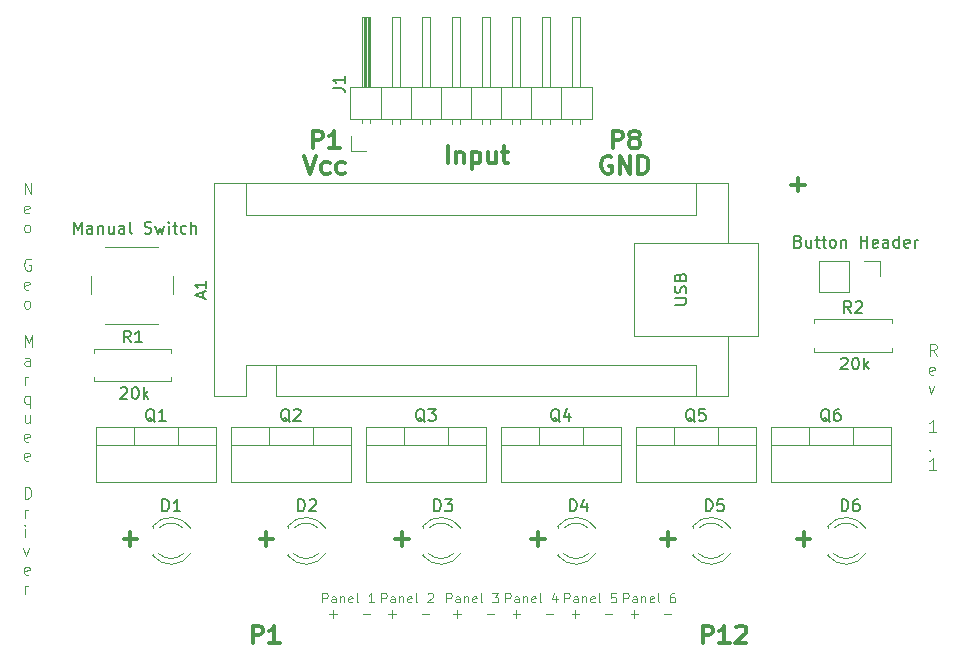
<source format=gbr>
%TF.GenerationSoftware,KiCad,Pcbnew,9.0.0*%
%TF.CreationDate,2025-07-06T15:42:02+10:00*%
%TF.ProjectId,ngmarquee.kicad_pcb_to220_1.1_m3,6e676d61-7271-4756-9565-2e6b69636164,rev?*%
%TF.SameCoordinates,Original*%
%TF.FileFunction,Legend,Top*%
%TF.FilePolarity,Positive*%
%FSLAX46Y46*%
G04 Gerber Fmt 4.6, Leading zero omitted, Abs format (unit mm)*
G04 Created by KiCad (PCBNEW 9.0.0) date 2025-07-06 15:42:02*
%MOMM*%
%LPD*%
G01*
G04 APERTURE LIST*
%ADD10C,0.150000*%
%ADD11C,0.100000*%
%ADD12C,0.300000*%
%ADD13C,0.120000*%
G04 APERTURE END LIST*
D10*
X158329160Y-78555057D02*
X158376779Y-78507438D01*
X158376779Y-78507438D02*
X158472017Y-78459819D01*
X158472017Y-78459819D02*
X158710112Y-78459819D01*
X158710112Y-78459819D02*
X158805350Y-78507438D01*
X158805350Y-78507438D02*
X158852969Y-78555057D01*
X158852969Y-78555057D02*
X158900588Y-78650295D01*
X158900588Y-78650295D02*
X158900588Y-78745533D01*
X158900588Y-78745533D02*
X158852969Y-78888390D01*
X158852969Y-78888390D02*
X158281541Y-79459819D01*
X158281541Y-79459819D02*
X158900588Y-79459819D01*
X159519636Y-78459819D02*
X159614874Y-78459819D01*
X159614874Y-78459819D02*
X159710112Y-78507438D01*
X159710112Y-78507438D02*
X159757731Y-78555057D01*
X159757731Y-78555057D02*
X159805350Y-78650295D01*
X159805350Y-78650295D02*
X159852969Y-78840771D01*
X159852969Y-78840771D02*
X159852969Y-79078866D01*
X159852969Y-79078866D02*
X159805350Y-79269342D01*
X159805350Y-79269342D02*
X159757731Y-79364580D01*
X159757731Y-79364580D02*
X159710112Y-79412200D01*
X159710112Y-79412200D02*
X159614874Y-79459819D01*
X159614874Y-79459819D02*
X159519636Y-79459819D01*
X159519636Y-79459819D02*
X159424398Y-79412200D01*
X159424398Y-79412200D02*
X159376779Y-79364580D01*
X159376779Y-79364580D02*
X159329160Y-79269342D01*
X159329160Y-79269342D02*
X159281541Y-79078866D01*
X159281541Y-79078866D02*
X159281541Y-78840771D01*
X159281541Y-78840771D02*
X159329160Y-78650295D01*
X159329160Y-78650295D02*
X159376779Y-78555057D01*
X159376779Y-78555057D02*
X159424398Y-78507438D01*
X159424398Y-78507438D02*
X159519636Y-78459819D01*
X160281541Y-79459819D02*
X160281541Y-78459819D01*
X160376779Y-79078866D02*
X160662493Y-79459819D01*
X160662493Y-78793152D02*
X160281541Y-79174104D01*
D11*
X114405789Y-99198940D02*
X114405789Y-98398940D01*
X114405789Y-98398940D02*
X114710551Y-98398940D01*
X114710551Y-98398940D02*
X114786741Y-98437035D01*
X114786741Y-98437035D02*
X114824836Y-98475130D01*
X114824836Y-98475130D02*
X114862932Y-98551321D01*
X114862932Y-98551321D02*
X114862932Y-98665606D01*
X114862932Y-98665606D02*
X114824836Y-98741797D01*
X114824836Y-98741797D02*
X114786741Y-98779892D01*
X114786741Y-98779892D02*
X114710551Y-98817987D01*
X114710551Y-98817987D02*
X114405789Y-98817987D01*
X115548646Y-99198940D02*
X115548646Y-98779892D01*
X115548646Y-98779892D02*
X115510551Y-98703702D01*
X115510551Y-98703702D02*
X115434360Y-98665606D01*
X115434360Y-98665606D02*
X115281979Y-98665606D01*
X115281979Y-98665606D02*
X115205789Y-98703702D01*
X115548646Y-99160845D02*
X115472455Y-99198940D01*
X115472455Y-99198940D02*
X115281979Y-99198940D01*
X115281979Y-99198940D02*
X115205789Y-99160845D01*
X115205789Y-99160845D02*
X115167693Y-99084654D01*
X115167693Y-99084654D02*
X115167693Y-99008464D01*
X115167693Y-99008464D02*
X115205789Y-98932273D01*
X115205789Y-98932273D02*
X115281979Y-98894178D01*
X115281979Y-98894178D02*
X115472455Y-98894178D01*
X115472455Y-98894178D02*
X115548646Y-98856083D01*
X115929599Y-98665606D02*
X115929599Y-99198940D01*
X115929599Y-98741797D02*
X115967694Y-98703702D01*
X115967694Y-98703702D02*
X116043884Y-98665606D01*
X116043884Y-98665606D02*
X116158170Y-98665606D01*
X116158170Y-98665606D02*
X116234361Y-98703702D01*
X116234361Y-98703702D02*
X116272456Y-98779892D01*
X116272456Y-98779892D02*
X116272456Y-99198940D01*
X116958171Y-99160845D02*
X116881980Y-99198940D01*
X116881980Y-99198940D02*
X116729599Y-99198940D01*
X116729599Y-99198940D02*
X116653409Y-99160845D01*
X116653409Y-99160845D02*
X116615313Y-99084654D01*
X116615313Y-99084654D02*
X116615313Y-98779892D01*
X116615313Y-98779892D02*
X116653409Y-98703702D01*
X116653409Y-98703702D02*
X116729599Y-98665606D01*
X116729599Y-98665606D02*
X116881980Y-98665606D01*
X116881980Y-98665606D02*
X116958171Y-98703702D01*
X116958171Y-98703702D02*
X116996266Y-98779892D01*
X116996266Y-98779892D02*
X116996266Y-98856083D01*
X116996266Y-98856083D02*
X116615313Y-98932273D01*
X117453408Y-99198940D02*
X117377218Y-99160845D01*
X117377218Y-99160845D02*
X117339123Y-99084654D01*
X117339123Y-99084654D02*
X117339123Y-98398940D01*
X118786742Y-99198940D02*
X118329599Y-99198940D01*
X118558171Y-99198940D02*
X118558171Y-98398940D01*
X118558171Y-98398940D02*
X118481980Y-98513225D01*
X118481980Y-98513225D02*
X118405790Y-98589416D01*
X118405790Y-98589416D02*
X118329599Y-98627511D01*
X115015313Y-100182133D02*
X115624837Y-100182133D01*
X115320075Y-100486895D02*
X115320075Y-99877371D01*
X117834361Y-100182133D02*
X118443885Y-100182133D01*
D10*
X135376779Y-91459819D02*
X135376779Y-90459819D01*
X135376779Y-90459819D02*
X135614874Y-90459819D01*
X135614874Y-90459819D02*
X135757731Y-90507438D01*
X135757731Y-90507438D02*
X135852969Y-90602676D01*
X135852969Y-90602676D02*
X135900588Y-90697914D01*
X135900588Y-90697914D02*
X135948207Y-90888390D01*
X135948207Y-90888390D02*
X135948207Y-91031247D01*
X135948207Y-91031247D02*
X135900588Y-91221723D01*
X135900588Y-91221723D02*
X135852969Y-91316961D01*
X135852969Y-91316961D02*
X135757731Y-91412200D01*
X135757731Y-91412200D02*
X135614874Y-91459819D01*
X135614874Y-91459819D02*
X135376779Y-91459819D01*
X136805350Y-90793152D02*
X136805350Y-91459819D01*
X136567255Y-90412200D02*
X136329160Y-91126485D01*
X136329160Y-91126485D02*
X136948207Y-91126485D01*
X97329160Y-81055057D02*
X97376779Y-81007438D01*
X97376779Y-81007438D02*
X97472017Y-80959819D01*
X97472017Y-80959819D02*
X97710112Y-80959819D01*
X97710112Y-80959819D02*
X97805350Y-81007438D01*
X97805350Y-81007438D02*
X97852969Y-81055057D01*
X97852969Y-81055057D02*
X97900588Y-81150295D01*
X97900588Y-81150295D02*
X97900588Y-81245533D01*
X97900588Y-81245533D02*
X97852969Y-81388390D01*
X97852969Y-81388390D02*
X97281541Y-81959819D01*
X97281541Y-81959819D02*
X97900588Y-81959819D01*
X98519636Y-80959819D02*
X98614874Y-80959819D01*
X98614874Y-80959819D02*
X98710112Y-81007438D01*
X98710112Y-81007438D02*
X98757731Y-81055057D01*
X98757731Y-81055057D02*
X98805350Y-81150295D01*
X98805350Y-81150295D02*
X98852969Y-81340771D01*
X98852969Y-81340771D02*
X98852969Y-81578866D01*
X98852969Y-81578866D02*
X98805350Y-81769342D01*
X98805350Y-81769342D02*
X98757731Y-81864580D01*
X98757731Y-81864580D02*
X98710112Y-81912200D01*
X98710112Y-81912200D02*
X98614874Y-81959819D01*
X98614874Y-81959819D02*
X98519636Y-81959819D01*
X98519636Y-81959819D02*
X98424398Y-81912200D01*
X98424398Y-81912200D02*
X98376779Y-81864580D01*
X98376779Y-81864580D02*
X98329160Y-81769342D01*
X98329160Y-81769342D02*
X98281541Y-81578866D01*
X98281541Y-81578866D02*
X98281541Y-81340771D01*
X98281541Y-81340771D02*
X98329160Y-81150295D01*
X98329160Y-81150295D02*
X98376779Y-81055057D01*
X98376779Y-81055057D02*
X98424398Y-81007438D01*
X98424398Y-81007438D02*
X98519636Y-80959819D01*
X99281541Y-81959819D02*
X99281541Y-80959819D01*
X99376779Y-81578866D02*
X99662493Y-81959819D01*
X99662493Y-81293152D02*
X99281541Y-81674104D01*
D11*
X124905789Y-99198940D02*
X124905789Y-98398940D01*
X124905789Y-98398940D02*
X125210551Y-98398940D01*
X125210551Y-98398940D02*
X125286741Y-98437035D01*
X125286741Y-98437035D02*
X125324836Y-98475130D01*
X125324836Y-98475130D02*
X125362932Y-98551321D01*
X125362932Y-98551321D02*
X125362932Y-98665606D01*
X125362932Y-98665606D02*
X125324836Y-98741797D01*
X125324836Y-98741797D02*
X125286741Y-98779892D01*
X125286741Y-98779892D02*
X125210551Y-98817987D01*
X125210551Y-98817987D02*
X124905789Y-98817987D01*
X126048646Y-99198940D02*
X126048646Y-98779892D01*
X126048646Y-98779892D02*
X126010551Y-98703702D01*
X126010551Y-98703702D02*
X125934360Y-98665606D01*
X125934360Y-98665606D02*
X125781979Y-98665606D01*
X125781979Y-98665606D02*
X125705789Y-98703702D01*
X126048646Y-99160845D02*
X125972455Y-99198940D01*
X125972455Y-99198940D02*
X125781979Y-99198940D01*
X125781979Y-99198940D02*
X125705789Y-99160845D01*
X125705789Y-99160845D02*
X125667693Y-99084654D01*
X125667693Y-99084654D02*
X125667693Y-99008464D01*
X125667693Y-99008464D02*
X125705789Y-98932273D01*
X125705789Y-98932273D02*
X125781979Y-98894178D01*
X125781979Y-98894178D02*
X125972455Y-98894178D01*
X125972455Y-98894178D02*
X126048646Y-98856083D01*
X126429599Y-98665606D02*
X126429599Y-99198940D01*
X126429599Y-98741797D02*
X126467694Y-98703702D01*
X126467694Y-98703702D02*
X126543884Y-98665606D01*
X126543884Y-98665606D02*
X126658170Y-98665606D01*
X126658170Y-98665606D02*
X126734361Y-98703702D01*
X126734361Y-98703702D02*
X126772456Y-98779892D01*
X126772456Y-98779892D02*
X126772456Y-99198940D01*
X127458171Y-99160845D02*
X127381980Y-99198940D01*
X127381980Y-99198940D02*
X127229599Y-99198940D01*
X127229599Y-99198940D02*
X127153409Y-99160845D01*
X127153409Y-99160845D02*
X127115313Y-99084654D01*
X127115313Y-99084654D02*
X127115313Y-98779892D01*
X127115313Y-98779892D02*
X127153409Y-98703702D01*
X127153409Y-98703702D02*
X127229599Y-98665606D01*
X127229599Y-98665606D02*
X127381980Y-98665606D01*
X127381980Y-98665606D02*
X127458171Y-98703702D01*
X127458171Y-98703702D02*
X127496266Y-98779892D01*
X127496266Y-98779892D02*
X127496266Y-98856083D01*
X127496266Y-98856083D02*
X127115313Y-98932273D01*
X127953408Y-99198940D02*
X127877218Y-99160845D01*
X127877218Y-99160845D02*
X127839123Y-99084654D01*
X127839123Y-99084654D02*
X127839123Y-98398940D01*
X128791504Y-98398940D02*
X129286742Y-98398940D01*
X129286742Y-98398940D02*
X129020076Y-98703702D01*
X129020076Y-98703702D02*
X129134361Y-98703702D01*
X129134361Y-98703702D02*
X129210552Y-98741797D01*
X129210552Y-98741797D02*
X129248647Y-98779892D01*
X129248647Y-98779892D02*
X129286742Y-98856083D01*
X129286742Y-98856083D02*
X129286742Y-99046559D01*
X129286742Y-99046559D02*
X129248647Y-99122749D01*
X129248647Y-99122749D02*
X129210552Y-99160845D01*
X129210552Y-99160845D02*
X129134361Y-99198940D01*
X129134361Y-99198940D02*
X128905790Y-99198940D01*
X128905790Y-99198940D02*
X128829599Y-99160845D01*
X128829599Y-99160845D02*
X128791504Y-99122749D01*
X125515313Y-100182133D02*
X126124837Y-100182133D01*
X125820075Y-100486895D02*
X125820075Y-99877371D01*
X128334361Y-100182133D02*
X128943885Y-100182133D01*
D12*
X120594510Y-93819400D02*
X121737368Y-93819400D01*
X121165939Y-94390828D02*
X121165939Y-93247971D01*
X125014510Y-62030828D02*
X125014510Y-60530828D01*
X125728796Y-61030828D02*
X125728796Y-62030828D01*
X125728796Y-61173685D02*
X125800225Y-61102257D01*
X125800225Y-61102257D02*
X125943082Y-61030828D01*
X125943082Y-61030828D02*
X126157368Y-61030828D01*
X126157368Y-61030828D02*
X126300225Y-61102257D01*
X126300225Y-61102257D02*
X126371654Y-61245114D01*
X126371654Y-61245114D02*
X126371654Y-62030828D01*
X127085939Y-61030828D02*
X127085939Y-62530828D01*
X127085939Y-61102257D02*
X127228797Y-61030828D01*
X127228797Y-61030828D02*
X127514511Y-61030828D01*
X127514511Y-61030828D02*
X127657368Y-61102257D01*
X127657368Y-61102257D02*
X127728797Y-61173685D01*
X127728797Y-61173685D02*
X127800225Y-61316542D01*
X127800225Y-61316542D02*
X127800225Y-61745114D01*
X127800225Y-61745114D02*
X127728797Y-61887971D01*
X127728797Y-61887971D02*
X127657368Y-61959400D01*
X127657368Y-61959400D02*
X127514511Y-62030828D01*
X127514511Y-62030828D02*
X127228797Y-62030828D01*
X127228797Y-62030828D02*
X127085939Y-61959400D01*
X129085940Y-61030828D02*
X129085940Y-62030828D01*
X128443082Y-61030828D02*
X128443082Y-61816542D01*
X128443082Y-61816542D02*
X128514511Y-61959400D01*
X128514511Y-61959400D02*
X128657368Y-62030828D01*
X128657368Y-62030828D02*
X128871654Y-62030828D01*
X128871654Y-62030828D02*
X129014511Y-61959400D01*
X129014511Y-61959400D02*
X129085940Y-61887971D01*
X129585940Y-61030828D02*
X130157368Y-61030828D01*
X129800225Y-60530828D02*
X129800225Y-61816542D01*
X129800225Y-61816542D02*
X129871654Y-61959400D01*
X129871654Y-61959400D02*
X130014511Y-62030828D01*
X130014511Y-62030828D02*
X130157368Y-62030828D01*
X138880225Y-61462257D02*
X138737368Y-61390828D01*
X138737368Y-61390828D02*
X138523082Y-61390828D01*
X138523082Y-61390828D02*
X138308796Y-61462257D01*
X138308796Y-61462257D02*
X138165939Y-61605114D01*
X138165939Y-61605114D02*
X138094510Y-61747971D01*
X138094510Y-61747971D02*
X138023082Y-62033685D01*
X138023082Y-62033685D02*
X138023082Y-62247971D01*
X138023082Y-62247971D02*
X138094510Y-62533685D01*
X138094510Y-62533685D02*
X138165939Y-62676542D01*
X138165939Y-62676542D02*
X138308796Y-62819400D01*
X138308796Y-62819400D02*
X138523082Y-62890828D01*
X138523082Y-62890828D02*
X138665939Y-62890828D01*
X138665939Y-62890828D02*
X138880225Y-62819400D01*
X138880225Y-62819400D02*
X138951653Y-62747971D01*
X138951653Y-62747971D02*
X138951653Y-62247971D01*
X138951653Y-62247971D02*
X138665939Y-62247971D01*
X139594510Y-62890828D02*
X139594510Y-61390828D01*
X139594510Y-61390828D02*
X140451653Y-62890828D01*
X140451653Y-62890828D02*
X140451653Y-61390828D01*
X141165939Y-62890828D02*
X141165939Y-61390828D01*
X141165939Y-61390828D02*
X141523082Y-61390828D01*
X141523082Y-61390828D02*
X141737368Y-61462257D01*
X141737368Y-61462257D02*
X141880225Y-61605114D01*
X141880225Y-61605114D02*
X141951654Y-61747971D01*
X141951654Y-61747971D02*
X142023082Y-62033685D01*
X142023082Y-62033685D02*
X142023082Y-62247971D01*
X142023082Y-62247971D02*
X141951654Y-62533685D01*
X141951654Y-62533685D02*
X141880225Y-62676542D01*
X141880225Y-62676542D02*
X141737368Y-62819400D01*
X141737368Y-62819400D02*
X141523082Y-62890828D01*
X141523082Y-62890828D02*
X141165939Y-62890828D01*
D10*
X158376779Y-91459819D02*
X158376779Y-90459819D01*
X158376779Y-90459819D02*
X158614874Y-90459819D01*
X158614874Y-90459819D02*
X158757731Y-90507438D01*
X158757731Y-90507438D02*
X158852969Y-90602676D01*
X158852969Y-90602676D02*
X158900588Y-90697914D01*
X158900588Y-90697914D02*
X158948207Y-90888390D01*
X158948207Y-90888390D02*
X158948207Y-91031247D01*
X158948207Y-91031247D02*
X158900588Y-91221723D01*
X158900588Y-91221723D02*
X158852969Y-91316961D01*
X158852969Y-91316961D02*
X158757731Y-91412200D01*
X158757731Y-91412200D02*
X158614874Y-91459819D01*
X158614874Y-91459819D02*
X158376779Y-91459819D01*
X159805350Y-90459819D02*
X159614874Y-90459819D01*
X159614874Y-90459819D02*
X159519636Y-90507438D01*
X159519636Y-90507438D02*
X159472017Y-90555057D01*
X159472017Y-90555057D02*
X159376779Y-90697914D01*
X159376779Y-90697914D02*
X159329160Y-90888390D01*
X159329160Y-90888390D02*
X159329160Y-91269342D01*
X159329160Y-91269342D02*
X159376779Y-91364580D01*
X159376779Y-91364580D02*
X159424398Y-91412200D01*
X159424398Y-91412200D02*
X159519636Y-91459819D01*
X159519636Y-91459819D02*
X159710112Y-91459819D01*
X159710112Y-91459819D02*
X159805350Y-91412200D01*
X159805350Y-91412200D02*
X159852969Y-91364580D01*
X159852969Y-91364580D02*
X159900588Y-91269342D01*
X159900588Y-91269342D02*
X159900588Y-91031247D01*
X159900588Y-91031247D02*
X159852969Y-90936009D01*
X159852969Y-90936009D02*
X159805350Y-90888390D01*
X159805350Y-90888390D02*
X159710112Y-90840771D01*
X159710112Y-90840771D02*
X159519636Y-90840771D01*
X159519636Y-90840771D02*
X159424398Y-90888390D01*
X159424398Y-90888390D02*
X159376779Y-90936009D01*
X159376779Y-90936009D02*
X159329160Y-91031247D01*
X100876779Y-91459819D02*
X100876779Y-90459819D01*
X100876779Y-90459819D02*
X101114874Y-90459819D01*
X101114874Y-90459819D02*
X101257731Y-90507438D01*
X101257731Y-90507438D02*
X101352969Y-90602676D01*
X101352969Y-90602676D02*
X101400588Y-90697914D01*
X101400588Y-90697914D02*
X101448207Y-90888390D01*
X101448207Y-90888390D02*
X101448207Y-91031247D01*
X101448207Y-91031247D02*
X101400588Y-91221723D01*
X101400588Y-91221723D02*
X101352969Y-91316961D01*
X101352969Y-91316961D02*
X101257731Y-91412200D01*
X101257731Y-91412200D02*
X101114874Y-91459819D01*
X101114874Y-91459819D02*
X100876779Y-91459819D01*
X102400588Y-91459819D02*
X101829160Y-91459819D01*
X102114874Y-91459819D02*
X102114874Y-90459819D01*
X102114874Y-90459819D02*
X102019636Y-90602676D01*
X102019636Y-90602676D02*
X101924398Y-90697914D01*
X101924398Y-90697914D02*
X101829160Y-90745533D01*
D11*
X134905789Y-99198940D02*
X134905789Y-98398940D01*
X134905789Y-98398940D02*
X135210551Y-98398940D01*
X135210551Y-98398940D02*
X135286741Y-98437035D01*
X135286741Y-98437035D02*
X135324836Y-98475130D01*
X135324836Y-98475130D02*
X135362932Y-98551321D01*
X135362932Y-98551321D02*
X135362932Y-98665606D01*
X135362932Y-98665606D02*
X135324836Y-98741797D01*
X135324836Y-98741797D02*
X135286741Y-98779892D01*
X135286741Y-98779892D02*
X135210551Y-98817987D01*
X135210551Y-98817987D02*
X134905789Y-98817987D01*
X136048646Y-99198940D02*
X136048646Y-98779892D01*
X136048646Y-98779892D02*
X136010551Y-98703702D01*
X136010551Y-98703702D02*
X135934360Y-98665606D01*
X135934360Y-98665606D02*
X135781979Y-98665606D01*
X135781979Y-98665606D02*
X135705789Y-98703702D01*
X136048646Y-99160845D02*
X135972455Y-99198940D01*
X135972455Y-99198940D02*
X135781979Y-99198940D01*
X135781979Y-99198940D02*
X135705789Y-99160845D01*
X135705789Y-99160845D02*
X135667693Y-99084654D01*
X135667693Y-99084654D02*
X135667693Y-99008464D01*
X135667693Y-99008464D02*
X135705789Y-98932273D01*
X135705789Y-98932273D02*
X135781979Y-98894178D01*
X135781979Y-98894178D02*
X135972455Y-98894178D01*
X135972455Y-98894178D02*
X136048646Y-98856083D01*
X136429599Y-98665606D02*
X136429599Y-99198940D01*
X136429599Y-98741797D02*
X136467694Y-98703702D01*
X136467694Y-98703702D02*
X136543884Y-98665606D01*
X136543884Y-98665606D02*
X136658170Y-98665606D01*
X136658170Y-98665606D02*
X136734361Y-98703702D01*
X136734361Y-98703702D02*
X136772456Y-98779892D01*
X136772456Y-98779892D02*
X136772456Y-99198940D01*
X137458171Y-99160845D02*
X137381980Y-99198940D01*
X137381980Y-99198940D02*
X137229599Y-99198940D01*
X137229599Y-99198940D02*
X137153409Y-99160845D01*
X137153409Y-99160845D02*
X137115313Y-99084654D01*
X137115313Y-99084654D02*
X137115313Y-98779892D01*
X137115313Y-98779892D02*
X137153409Y-98703702D01*
X137153409Y-98703702D02*
X137229599Y-98665606D01*
X137229599Y-98665606D02*
X137381980Y-98665606D01*
X137381980Y-98665606D02*
X137458171Y-98703702D01*
X137458171Y-98703702D02*
X137496266Y-98779892D01*
X137496266Y-98779892D02*
X137496266Y-98856083D01*
X137496266Y-98856083D02*
X137115313Y-98932273D01*
X137953408Y-99198940D02*
X137877218Y-99160845D01*
X137877218Y-99160845D02*
X137839123Y-99084654D01*
X137839123Y-99084654D02*
X137839123Y-98398940D01*
X139248647Y-98398940D02*
X138867695Y-98398940D01*
X138867695Y-98398940D02*
X138829599Y-98779892D01*
X138829599Y-98779892D02*
X138867695Y-98741797D01*
X138867695Y-98741797D02*
X138943885Y-98703702D01*
X138943885Y-98703702D02*
X139134361Y-98703702D01*
X139134361Y-98703702D02*
X139210552Y-98741797D01*
X139210552Y-98741797D02*
X139248647Y-98779892D01*
X139248647Y-98779892D02*
X139286742Y-98856083D01*
X139286742Y-98856083D02*
X139286742Y-99046559D01*
X139286742Y-99046559D02*
X139248647Y-99122749D01*
X139248647Y-99122749D02*
X139210552Y-99160845D01*
X139210552Y-99160845D02*
X139134361Y-99198940D01*
X139134361Y-99198940D02*
X138943885Y-99198940D01*
X138943885Y-99198940D02*
X138867695Y-99160845D01*
X138867695Y-99160845D02*
X138829599Y-99122749D01*
X135515313Y-100182133D02*
X136124837Y-100182133D01*
X135820075Y-100486895D02*
X135820075Y-99877371D01*
X138334361Y-100182133D02*
X138943885Y-100182133D01*
X129905789Y-99198940D02*
X129905789Y-98398940D01*
X129905789Y-98398940D02*
X130210551Y-98398940D01*
X130210551Y-98398940D02*
X130286741Y-98437035D01*
X130286741Y-98437035D02*
X130324836Y-98475130D01*
X130324836Y-98475130D02*
X130362932Y-98551321D01*
X130362932Y-98551321D02*
X130362932Y-98665606D01*
X130362932Y-98665606D02*
X130324836Y-98741797D01*
X130324836Y-98741797D02*
X130286741Y-98779892D01*
X130286741Y-98779892D02*
X130210551Y-98817987D01*
X130210551Y-98817987D02*
X129905789Y-98817987D01*
X131048646Y-99198940D02*
X131048646Y-98779892D01*
X131048646Y-98779892D02*
X131010551Y-98703702D01*
X131010551Y-98703702D02*
X130934360Y-98665606D01*
X130934360Y-98665606D02*
X130781979Y-98665606D01*
X130781979Y-98665606D02*
X130705789Y-98703702D01*
X131048646Y-99160845D02*
X130972455Y-99198940D01*
X130972455Y-99198940D02*
X130781979Y-99198940D01*
X130781979Y-99198940D02*
X130705789Y-99160845D01*
X130705789Y-99160845D02*
X130667693Y-99084654D01*
X130667693Y-99084654D02*
X130667693Y-99008464D01*
X130667693Y-99008464D02*
X130705789Y-98932273D01*
X130705789Y-98932273D02*
X130781979Y-98894178D01*
X130781979Y-98894178D02*
X130972455Y-98894178D01*
X130972455Y-98894178D02*
X131048646Y-98856083D01*
X131429599Y-98665606D02*
X131429599Y-99198940D01*
X131429599Y-98741797D02*
X131467694Y-98703702D01*
X131467694Y-98703702D02*
X131543884Y-98665606D01*
X131543884Y-98665606D02*
X131658170Y-98665606D01*
X131658170Y-98665606D02*
X131734361Y-98703702D01*
X131734361Y-98703702D02*
X131772456Y-98779892D01*
X131772456Y-98779892D02*
X131772456Y-99198940D01*
X132458171Y-99160845D02*
X132381980Y-99198940D01*
X132381980Y-99198940D02*
X132229599Y-99198940D01*
X132229599Y-99198940D02*
X132153409Y-99160845D01*
X132153409Y-99160845D02*
X132115313Y-99084654D01*
X132115313Y-99084654D02*
X132115313Y-98779892D01*
X132115313Y-98779892D02*
X132153409Y-98703702D01*
X132153409Y-98703702D02*
X132229599Y-98665606D01*
X132229599Y-98665606D02*
X132381980Y-98665606D01*
X132381980Y-98665606D02*
X132458171Y-98703702D01*
X132458171Y-98703702D02*
X132496266Y-98779892D01*
X132496266Y-98779892D02*
X132496266Y-98856083D01*
X132496266Y-98856083D02*
X132115313Y-98932273D01*
X132953408Y-99198940D02*
X132877218Y-99160845D01*
X132877218Y-99160845D02*
X132839123Y-99084654D01*
X132839123Y-99084654D02*
X132839123Y-98398940D01*
X134210552Y-98665606D02*
X134210552Y-99198940D01*
X134020076Y-98360845D02*
X133829599Y-98932273D01*
X133829599Y-98932273D02*
X134324838Y-98932273D01*
X130515313Y-100182133D02*
X131124837Y-100182133D01*
X130820075Y-100486895D02*
X130820075Y-99877371D01*
X133334361Y-100182133D02*
X133943885Y-100182133D01*
D12*
X108504510Y-102670828D02*
X108504510Y-101170828D01*
X108504510Y-101170828D02*
X109075939Y-101170828D01*
X109075939Y-101170828D02*
X109218796Y-101242257D01*
X109218796Y-101242257D02*
X109290225Y-101313685D01*
X109290225Y-101313685D02*
X109361653Y-101456542D01*
X109361653Y-101456542D02*
X109361653Y-101670828D01*
X109361653Y-101670828D02*
X109290225Y-101813685D01*
X109290225Y-101813685D02*
X109218796Y-101885114D01*
X109218796Y-101885114D02*
X109075939Y-101956542D01*
X109075939Y-101956542D02*
X108504510Y-101956542D01*
X110790225Y-102670828D02*
X109933082Y-102670828D01*
X110361653Y-102670828D02*
X110361653Y-101170828D01*
X110361653Y-101170828D02*
X110218796Y-101385114D01*
X110218796Y-101385114D02*
X110075939Y-101527971D01*
X110075939Y-101527971D02*
X109933082Y-101599400D01*
D11*
X166415312Y-78302755D02*
X166081979Y-77826564D01*
X165843884Y-78302755D02*
X165843884Y-77302755D01*
X165843884Y-77302755D02*
X166224836Y-77302755D01*
X166224836Y-77302755D02*
X166320074Y-77350374D01*
X166320074Y-77350374D02*
X166367693Y-77397993D01*
X166367693Y-77397993D02*
X166415312Y-77493231D01*
X166415312Y-77493231D02*
X166415312Y-77636088D01*
X166415312Y-77636088D02*
X166367693Y-77731326D01*
X166367693Y-77731326D02*
X166320074Y-77778945D01*
X166320074Y-77778945D02*
X166224836Y-77826564D01*
X166224836Y-77826564D02*
X165843884Y-77826564D01*
X166224836Y-79865080D02*
X166129598Y-79912699D01*
X166129598Y-79912699D02*
X165939122Y-79912699D01*
X165939122Y-79912699D02*
X165843884Y-79865080D01*
X165843884Y-79865080D02*
X165796265Y-79769841D01*
X165796265Y-79769841D02*
X165796265Y-79388889D01*
X165796265Y-79388889D02*
X165843884Y-79293651D01*
X165843884Y-79293651D02*
X165939122Y-79246032D01*
X165939122Y-79246032D02*
X166129598Y-79246032D01*
X166129598Y-79246032D02*
X166224836Y-79293651D01*
X166224836Y-79293651D02*
X166272455Y-79388889D01*
X166272455Y-79388889D02*
X166272455Y-79484127D01*
X166272455Y-79484127D02*
X165796265Y-79579365D01*
X165748646Y-80855976D02*
X165986741Y-81522643D01*
X165986741Y-81522643D02*
X166224836Y-80855976D01*
X166367693Y-84742531D02*
X165796265Y-84742531D01*
X166081979Y-84742531D02*
X166081979Y-83742531D01*
X166081979Y-83742531D02*
X165986741Y-83885388D01*
X165986741Y-83885388D02*
X165891503Y-83980626D01*
X165891503Y-83980626D02*
X165796265Y-84028245D01*
X165843884Y-86257236D02*
X165891503Y-86304856D01*
X165891503Y-86304856D02*
X165843884Y-86352475D01*
X165843884Y-86352475D02*
X165796265Y-86304856D01*
X165796265Y-86304856D02*
X165843884Y-86257236D01*
X165843884Y-86257236D02*
X165843884Y-86352475D01*
X166367693Y-87962419D02*
X165796265Y-87962419D01*
X166081979Y-87962419D02*
X166081979Y-86962419D01*
X166081979Y-86962419D02*
X165986741Y-87105276D01*
X165986741Y-87105276D02*
X165891503Y-87200514D01*
X165891503Y-87200514D02*
X165796265Y-87248133D01*
X139905789Y-99198940D02*
X139905789Y-98398940D01*
X139905789Y-98398940D02*
X140210551Y-98398940D01*
X140210551Y-98398940D02*
X140286741Y-98437035D01*
X140286741Y-98437035D02*
X140324836Y-98475130D01*
X140324836Y-98475130D02*
X140362932Y-98551321D01*
X140362932Y-98551321D02*
X140362932Y-98665606D01*
X140362932Y-98665606D02*
X140324836Y-98741797D01*
X140324836Y-98741797D02*
X140286741Y-98779892D01*
X140286741Y-98779892D02*
X140210551Y-98817987D01*
X140210551Y-98817987D02*
X139905789Y-98817987D01*
X141048646Y-99198940D02*
X141048646Y-98779892D01*
X141048646Y-98779892D02*
X141010551Y-98703702D01*
X141010551Y-98703702D02*
X140934360Y-98665606D01*
X140934360Y-98665606D02*
X140781979Y-98665606D01*
X140781979Y-98665606D02*
X140705789Y-98703702D01*
X141048646Y-99160845D02*
X140972455Y-99198940D01*
X140972455Y-99198940D02*
X140781979Y-99198940D01*
X140781979Y-99198940D02*
X140705789Y-99160845D01*
X140705789Y-99160845D02*
X140667693Y-99084654D01*
X140667693Y-99084654D02*
X140667693Y-99008464D01*
X140667693Y-99008464D02*
X140705789Y-98932273D01*
X140705789Y-98932273D02*
X140781979Y-98894178D01*
X140781979Y-98894178D02*
X140972455Y-98894178D01*
X140972455Y-98894178D02*
X141048646Y-98856083D01*
X141429599Y-98665606D02*
X141429599Y-99198940D01*
X141429599Y-98741797D02*
X141467694Y-98703702D01*
X141467694Y-98703702D02*
X141543884Y-98665606D01*
X141543884Y-98665606D02*
X141658170Y-98665606D01*
X141658170Y-98665606D02*
X141734361Y-98703702D01*
X141734361Y-98703702D02*
X141772456Y-98779892D01*
X141772456Y-98779892D02*
X141772456Y-99198940D01*
X142458171Y-99160845D02*
X142381980Y-99198940D01*
X142381980Y-99198940D02*
X142229599Y-99198940D01*
X142229599Y-99198940D02*
X142153409Y-99160845D01*
X142153409Y-99160845D02*
X142115313Y-99084654D01*
X142115313Y-99084654D02*
X142115313Y-98779892D01*
X142115313Y-98779892D02*
X142153409Y-98703702D01*
X142153409Y-98703702D02*
X142229599Y-98665606D01*
X142229599Y-98665606D02*
X142381980Y-98665606D01*
X142381980Y-98665606D02*
X142458171Y-98703702D01*
X142458171Y-98703702D02*
X142496266Y-98779892D01*
X142496266Y-98779892D02*
X142496266Y-98856083D01*
X142496266Y-98856083D02*
X142115313Y-98932273D01*
X142953408Y-99198940D02*
X142877218Y-99160845D01*
X142877218Y-99160845D02*
X142839123Y-99084654D01*
X142839123Y-99084654D02*
X142839123Y-98398940D01*
X144210552Y-98398940D02*
X144058171Y-98398940D01*
X144058171Y-98398940D02*
X143981980Y-98437035D01*
X143981980Y-98437035D02*
X143943885Y-98475130D01*
X143943885Y-98475130D02*
X143867695Y-98589416D01*
X143867695Y-98589416D02*
X143829599Y-98741797D01*
X143829599Y-98741797D02*
X143829599Y-99046559D01*
X143829599Y-99046559D02*
X143867695Y-99122749D01*
X143867695Y-99122749D02*
X143905790Y-99160845D01*
X143905790Y-99160845D02*
X143981980Y-99198940D01*
X143981980Y-99198940D02*
X144134361Y-99198940D01*
X144134361Y-99198940D02*
X144210552Y-99160845D01*
X144210552Y-99160845D02*
X144248647Y-99122749D01*
X144248647Y-99122749D02*
X144286742Y-99046559D01*
X144286742Y-99046559D02*
X144286742Y-98856083D01*
X144286742Y-98856083D02*
X144248647Y-98779892D01*
X144248647Y-98779892D02*
X144210552Y-98741797D01*
X144210552Y-98741797D02*
X144134361Y-98703702D01*
X144134361Y-98703702D02*
X143981980Y-98703702D01*
X143981980Y-98703702D02*
X143905790Y-98741797D01*
X143905790Y-98741797D02*
X143867695Y-98779892D01*
X143867695Y-98779892D02*
X143829599Y-98856083D01*
X140515313Y-100182133D02*
X141124837Y-100182133D01*
X140820075Y-100486895D02*
X140820075Y-99877371D01*
X143334361Y-100182133D02*
X143943885Y-100182133D01*
D10*
X112376779Y-91459819D02*
X112376779Y-90459819D01*
X112376779Y-90459819D02*
X112614874Y-90459819D01*
X112614874Y-90459819D02*
X112757731Y-90507438D01*
X112757731Y-90507438D02*
X112852969Y-90602676D01*
X112852969Y-90602676D02*
X112900588Y-90697914D01*
X112900588Y-90697914D02*
X112948207Y-90888390D01*
X112948207Y-90888390D02*
X112948207Y-91031247D01*
X112948207Y-91031247D02*
X112900588Y-91221723D01*
X112900588Y-91221723D02*
X112852969Y-91316961D01*
X112852969Y-91316961D02*
X112757731Y-91412200D01*
X112757731Y-91412200D02*
X112614874Y-91459819D01*
X112614874Y-91459819D02*
X112376779Y-91459819D01*
X113329160Y-90555057D02*
X113376779Y-90507438D01*
X113376779Y-90507438D02*
X113472017Y-90459819D01*
X113472017Y-90459819D02*
X113710112Y-90459819D01*
X113710112Y-90459819D02*
X113805350Y-90507438D01*
X113805350Y-90507438D02*
X113852969Y-90555057D01*
X113852969Y-90555057D02*
X113900588Y-90650295D01*
X113900588Y-90650295D02*
X113900588Y-90745533D01*
X113900588Y-90745533D02*
X113852969Y-90888390D01*
X113852969Y-90888390D02*
X113281541Y-91459819D01*
X113281541Y-91459819D02*
X113900588Y-91459819D01*
D12*
X113584510Y-60760828D02*
X113584510Y-59260828D01*
X113584510Y-59260828D02*
X114155939Y-59260828D01*
X114155939Y-59260828D02*
X114298796Y-59332257D01*
X114298796Y-59332257D02*
X114370225Y-59403685D01*
X114370225Y-59403685D02*
X114441653Y-59546542D01*
X114441653Y-59546542D02*
X114441653Y-59760828D01*
X114441653Y-59760828D02*
X114370225Y-59903685D01*
X114370225Y-59903685D02*
X114298796Y-59975114D01*
X114298796Y-59975114D02*
X114155939Y-60046542D01*
X114155939Y-60046542D02*
X113584510Y-60046542D01*
X115870225Y-60760828D02*
X115013082Y-60760828D01*
X115441653Y-60760828D02*
X115441653Y-59260828D01*
X115441653Y-59260828D02*
X115298796Y-59475114D01*
X115298796Y-59475114D02*
X115155939Y-59617971D01*
X115155939Y-59617971D02*
X115013082Y-59689400D01*
X146604510Y-102670828D02*
X146604510Y-101170828D01*
X146604510Y-101170828D02*
X147175939Y-101170828D01*
X147175939Y-101170828D02*
X147318796Y-101242257D01*
X147318796Y-101242257D02*
X147390225Y-101313685D01*
X147390225Y-101313685D02*
X147461653Y-101456542D01*
X147461653Y-101456542D02*
X147461653Y-101670828D01*
X147461653Y-101670828D02*
X147390225Y-101813685D01*
X147390225Y-101813685D02*
X147318796Y-101885114D01*
X147318796Y-101885114D02*
X147175939Y-101956542D01*
X147175939Y-101956542D02*
X146604510Y-101956542D01*
X148890225Y-102670828D02*
X148033082Y-102670828D01*
X148461653Y-102670828D02*
X148461653Y-101170828D01*
X148461653Y-101170828D02*
X148318796Y-101385114D01*
X148318796Y-101385114D02*
X148175939Y-101527971D01*
X148175939Y-101527971D02*
X148033082Y-101599400D01*
X149461653Y-101313685D02*
X149533081Y-101242257D01*
X149533081Y-101242257D02*
X149675939Y-101170828D01*
X149675939Y-101170828D02*
X150033081Y-101170828D01*
X150033081Y-101170828D02*
X150175939Y-101242257D01*
X150175939Y-101242257D02*
X150247367Y-101313685D01*
X150247367Y-101313685D02*
X150318796Y-101456542D01*
X150318796Y-101456542D02*
X150318796Y-101599400D01*
X150318796Y-101599400D02*
X150247367Y-101813685D01*
X150247367Y-101813685D02*
X149390224Y-102670828D01*
X149390224Y-102670828D02*
X150318796Y-102670828D01*
X112880225Y-61390828D02*
X113380225Y-62890828D01*
X113380225Y-62890828D02*
X113880225Y-61390828D01*
X115023082Y-62819400D02*
X114880224Y-62890828D01*
X114880224Y-62890828D02*
X114594510Y-62890828D01*
X114594510Y-62890828D02*
X114451653Y-62819400D01*
X114451653Y-62819400D02*
X114380224Y-62747971D01*
X114380224Y-62747971D02*
X114308796Y-62605114D01*
X114308796Y-62605114D02*
X114308796Y-62176542D01*
X114308796Y-62176542D02*
X114380224Y-62033685D01*
X114380224Y-62033685D02*
X114451653Y-61962257D01*
X114451653Y-61962257D02*
X114594510Y-61890828D01*
X114594510Y-61890828D02*
X114880224Y-61890828D01*
X114880224Y-61890828D02*
X115023082Y-61962257D01*
X116308796Y-62819400D02*
X116165938Y-62890828D01*
X116165938Y-62890828D02*
X115880224Y-62890828D01*
X115880224Y-62890828D02*
X115737367Y-62819400D01*
X115737367Y-62819400D02*
X115665938Y-62747971D01*
X115665938Y-62747971D02*
X115594510Y-62605114D01*
X115594510Y-62605114D02*
X115594510Y-62176542D01*
X115594510Y-62176542D02*
X115665938Y-62033685D01*
X115665938Y-62033685D02*
X115737367Y-61962257D01*
X115737367Y-61962257D02*
X115880224Y-61890828D01*
X115880224Y-61890828D02*
X116165938Y-61890828D01*
X116165938Y-61890828D02*
X116308796Y-61962257D01*
X154594510Y-93819400D02*
X155737368Y-93819400D01*
X155165939Y-94390828D02*
X155165939Y-93247971D01*
D11*
X119405789Y-99198940D02*
X119405789Y-98398940D01*
X119405789Y-98398940D02*
X119710551Y-98398940D01*
X119710551Y-98398940D02*
X119786741Y-98437035D01*
X119786741Y-98437035D02*
X119824836Y-98475130D01*
X119824836Y-98475130D02*
X119862932Y-98551321D01*
X119862932Y-98551321D02*
X119862932Y-98665606D01*
X119862932Y-98665606D02*
X119824836Y-98741797D01*
X119824836Y-98741797D02*
X119786741Y-98779892D01*
X119786741Y-98779892D02*
X119710551Y-98817987D01*
X119710551Y-98817987D02*
X119405789Y-98817987D01*
X120548646Y-99198940D02*
X120548646Y-98779892D01*
X120548646Y-98779892D02*
X120510551Y-98703702D01*
X120510551Y-98703702D02*
X120434360Y-98665606D01*
X120434360Y-98665606D02*
X120281979Y-98665606D01*
X120281979Y-98665606D02*
X120205789Y-98703702D01*
X120548646Y-99160845D02*
X120472455Y-99198940D01*
X120472455Y-99198940D02*
X120281979Y-99198940D01*
X120281979Y-99198940D02*
X120205789Y-99160845D01*
X120205789Y-99160845D02*
X120167693Y-99084654D01*
X120167693Y-99084654D02*
X120167693Y-99008464D01*
X120167693Y-99008464D02*
X120205789Y-98932273D01*
X120205789Y-98932273D02*
X120281979Y-98894178D01*
X120281979Y-98894178D02*
X120472455Y-98894178D01*
X120472455Y-98894178D02*
X120548646Y-98856083D01*
X120929599Y-98665606D02*
X120929599Y-99198940D01*
X120929599Y-98741797D02*
X120967694Y-98703702D01*
X120967694Y-98703702D02*
X121043884Y-98665606D01*
X121043884Y-98665606D02*
X121158170Y-98665606D01*
X121158170Y-98665606D02*
X121234361Y-98703702D01*
X121234361Y-98703702D02*
X121272456Y-98779892D01*
X121272456Y-98779892D02*
X121272456Y-99198940D01*
X121958171Y-99160845D02*
X121881980Y-99198940D01*
X121881980Y-99198940D02*
X121729599Y-99198940D01*
X121729599Y-99198940D02*
X121653409Y-99160845D01*
X121653409Y-99160845D02*
X121615313Y-99084654D01*
X121615313Y-99084654D02*
X121615313Y-98779892D01*
X121615313Y-98779892D02*
X121653409Y-98703702D01*
X121653409Y-98703702D02*
X121729599Y-98665606D01*
X121729599Y-98665606D02*
X121881980Y-98665606D01*
X121881980Y-98665606D02*
X121958171Y-98703702D01*
X121958171Y-98703702D02*
X121996266Y-98779892D01*
X121996266Y-98779892D02*
X121996266Y-98856083D01*
X121996266Y-98856083D02*
X121615313Y-98932273D01*
X122453408Y-99198940D02*
X122377218Y-99160845D01*
X122377218Y-99160845D02*
X122339123Y-99084654D01*
X122339123Y-99084654D02*
X122339123Y-98398940D01*
X123329599Y-98475130D02*
X123367695Y-98437035D01*
X123367695Y-98437035D02*
X123443885Y-98398940D01*
X123443885Y-98398940D02*
X123634361Y-98398940D01*
X123634361Y-98398940D02*
X123710552Y-98437035D01*
X123710552Y-98437035D02*
X123748647Y-98475130D01*
X123748647Y-98475130D02*
X123786742Y-98551321D01*
X123786742Y-98551321D02*
X123786742Y-98627511D01*
X123786742Y-98627511D02*
X123748647Y-98741797D01*
X123748647Y-98741797D02*
X123291504Y-99198940D01*
X123291504Y-99198940D02*
X123786742Y-99198940D01*
X120015313Y-100182133D02*
X120624837Y-100182133D01*
X120320075Y-100486895D02*
X120320075Y-99877371D01*
X122834361Y-100182133D02*
X123443885Y-100182133D01*
D10*
X146876779Y-91459819D02*
X146876779Y-90459819D01*
X146876779Y-90459819D02*
X147114874Y-90459819D01*
X147114874Y-90459819D02*
X147257731Y-90507438D01*
X147257731Y-90507438D02*
X147352969Y-90602676D01*
X147352969Y-90602676D02*
X147400588Y-90697914D01*
X147400588Y-90697914D02*
X147448207Y-90888390D01*
X147448207Y-90888390D02*
X147448207Y-91031247D01*
X147448207Y-91031247D02*
X147400588Y-91221723D01*
X147400588Y-91221723D02*
X147352969Y-91316961D01*
X147352969Y-91316961D02*
X147257731Y-91412200D01*
X147257731Y-91412200D02*
X147114874Y-91459819D01*
X147114874Y-91459819D02*
X146876779Y-91459819D01*
X148352969Y-90459819D02*
X147876779Y-90459819D01*
X147876779Y-90459819D02*
X147829160Y-90936009D01*
X147829160Y-90936009D02*
X147876779Y-90888390D01*
X147876779Y-90888390D02*
X147972017Y-90840771D01*
X147972017Y-90840771D02*
X148210112Y-90840771D01*
X148210112Y-90840771D02*
X148305350Y-90888390D01*
X148305350Y-90888390D02*
X148352969Y-90936009D01*
X148352969Y-90936009D02*
X148400588Y-91031247D01*
X148400588Y-91031247D02*
X148400588Y-91269342D01*
X148400588Y-91269342D02*
X148352969Y-91364580D01*
X148352969Y-91364580D02*
X148305350Y-91412200D01*
X148305350Y-91412200D02*
X148210112Y-91459819D01*
X148210112Y-91459819D02*
X147972017Y-91459819D01*
X147972017Y-91459819D02*
X147876779Y-91412200D01*
X147876779Y-91412200D02*
X147829160Y-91364580D01*
X154710112Y-68626009D02*
X154852969Y-68673628D01*
X154852969Y-68673628D02*
X154900588Y-68721247D01*
X154900588Y-68721247D02*
X154948207Y-68816485D01*
X154948207Y-68816485D02*
X154948207Y-68959342D01*
X154948207Y-68959342D02*
X154900588Y-69054580D01*
X154900588Y-69054580D02*
X154852969Y-69102200D01*
X154852969Y-69102200D02*
X154757731Y-69149819D01*
X154757731Y-69149819D02*
X154376779Y-69149819D01*
X154376779Y-69149819D02*
X154376779Y-68149819D01*
X154376779Y-68149819D02*
X154710112Y-68149819D01*
X154710112Y-68149819D02*
X154805350Y-68197438D01*
X154805350Y-68197438D02*
X154852969Y-68245057D01*
X154852969Y-68245057D02*
X154900588Y-68340295D01*
X154900588Y-68340295D02*
X154900588Y-68435533D01*
X154900588Y-68435533D02*
X154852969Y-68530771D01*
X154852969Y-68530771D02*
X154805350Y-68578390D01*
X154805350Y-68578390D02*
X154710112Y-68626009D01*
X154710112Y-68626009D02*
X154376779Y-68626009D01*
X155805350Y-68483152D02*
X155805350Y-69149819D01*
X155376779Y-68483152D02*
X155376779Y-69006961D01*
X155376779Y-69006961D02*
X155424398Y-69102200D01*
X155424398Y-69102200D02*
X155519636Y-69149819D01*
X155519636Y-69149819D02*
X155662493Y-69149819D01*
X155662493Y-69149819D02*
X155757731Y-69102200D01*
X155757731Y-69102200D02*
X155805350Y-69054580D01*
X156138684Y-68483152D02*
X156519636Y-68483152D01*
X156281541Y-68149819D02*
X156281541Y-69006961D01*
X156281541Y-69006961D02*
X156329160Y-69102200D01*
X156329160Y-69102200D02*
X156424398Y-69149819D01*
X156424398Y-69149819D02*
X156519636Y-69149819D01*
X156710113Y-68483152D02*
X157091065Y-68483152D01*
X156852970Y-68149819D02*
X156852970Y-69006961D01*
X156852970Y-69006961D02*
X156900589Y-69102200D01*
X156900589Y-69102200D02*
X156995827Y-69149819D01*
X156995827Y-69149819D02*
X157091065Y-69149819D01*
X157567256Y-69149819D02*
X157472018Y-69102200D01*
X157472018Y-69102200D02*
X157424399Y-69054580D01*
X157424399Y-69054580D02*
X157376780Y-68959342D01*
X157376780Y-68959342D02*
X157376780Y-68673628D01*
X157376780Y-68673628D02*
X157424399Y-68578390D01*
X157424399Y-68578390D02*
X157472018Y-68530771D01*
X157472018Y-68530771D02*
X157567256Y-68483152D01*
X157567256Y-68483152D02*
X157710113Y-68483152D01*
X157710113Y-68483152D02*
X157805351Y-68530771D01*
X157805351Y-68530771D02*
X157852970Y-68578390D01*
X157852970Y-68578390D02*
X157900589Y-68673628D01*
X157900589Y-68673628D02*
X157900589Y-68959342D01*
X157900589Y-68959342D02*
X157852970Y-69054580D01*
X157852970Y-69054580D02*
X157805351Y-69102200D01*
X157805351Y-69102200D02*
X157710113Y-69149819D01*
X157710113Y-69149819D02*
X157567256Y-69149819D01*
X158329161Y-68483152D02*
X158329161Y-69149819D01*
X158329161Y-68578390D02*
X158376780Y-68530771D01*
X158376780Y-68530771D02*
X158472018Y-68483152D01*
X158472018Y-68483152D02*
X158614875Y-68483152D01*
X158614875Y-68483152D02*
X158710113Y-68530771D01*
X158710113Y-68530771D02*
X158757732Y-68626009D01*
X158757732Y-68626009D02*
X158757732Y-69149819D01*
X159995828Y-69149819D02*
X159995828Y-68149819D01*
X159995828Y-68626009D02*
X160567256Y-68626009D01*
X160567256Y-69149819D02*
X160567256Y-68149819D01*
X161424399Y-69102200D02*
X161329161Y-69149819D01*
X161329161Y-69149819D02*
X161138685Y-69149819D01*
X161138685Y-69149819D02*
X161043447Y-69102200D01*
X161043447Y-69102200D02*
X160995828Y-69006961D01*
X160995828Y-69006961D02*
X160995828Y-68626009D01*
X160995828Y-68626009D02*
X161043447Y-68530771D01*
X161043447Y-68530771D02*
X161138685Y-68483152D01*
X161138685Y-68483152D02*
X161329161Y-68483152D01*
X161329161Y-68483152D02*
X161424399Y-68530771D01*
X161424399Y-68530771D02*
X161472018Y-68626009D01*
X161472018Y-68626009D02*
X161472018Y-68721247D01*
X161472018Y-68721247D02*
X160995828Y-68816485D01*
X162329161Y-69149819D02*
X162329161Y-68626009D01*
X162329161Y-68626009D02*
X162281542Y-68530771D01*
X162281542Y-68530771D02*
X162186304Y-68483152D01*
X162186304Y-68483152D02*
X161995828Y-68483152D01*
X161995828Y-68483152D02*
X161900590Y-68530771D01*
X162329161Y-69102200D02*
X162233923Y-69149819D01*
X162233923Y-69149819D02*
X161995828Y-69149819D01*
X161995828Y-69149819D02*
X161900590Y-69102200D01*
X161900590Y-69102200D02*
X161852971Y-69006961D01*
X161852971Y-69006961D02*
X161852971Y-68911723D01*
X161852971Y-68911723D02*
X161900590Y-68816485D01*
X161900590Y-68816485D02*
X161995828Y-68768866D01*
X161995828Y-68768866D02*
X162233923Y-68768866D01*
X162233923Y-68768866D02*
X162329161Y-68721247D01*
X163233923Y-69149819D02*
X163233923Y-68149819D01*
X163233923Y-69102200D02*
X163138685Y-69149819D01*
X163138685Y-69149819D02*
X162948209Y-69149819D01*
X162948209Y-69149819D02*
X162852971Y-69102200D01*
X162852971Y-69102200D02*
X162805352Y-69054580D01*
X162805352Y-69054580D02*
X162757733Y-68959342D01*
X162757733Y-68959342D02*
X162757733Y-68673628D01*
X162757733Y-68673628D02*
X162805352Y-68578390D01*
X162805352Y-68578390D02*
X162852971Y-68530771D01*
X162852971Y-68530771D02*
X162948209Y-68483152D01*
X162948209Y-68483152D02*
X163138685Y-68483152D01*
X163138685Y-68483152D02*
X163233923Y-68530771D01*
X164091066Y-69102200D02*
X163995828Y-69149819D01*
X163995828Y-69149819D02*
X163805352Y-69149819D01*
X163805352Y-69149819D02*
X163710114Y-69102200D01*
X163710114Y-69102200D02*
X163662495Y-69006961D01*
X163662495Y-69006961D02*
X163662495Y-68626009D01*
X163662495Y-68626009D02*
X163710114Y-68530771D01*
X163710114Y-68530771D02*
X163805352Y-68483152D01*
X163805352Y-68483152D02*
X163995828Y-68483152D01*
X163995828Y-68483152D02*
X164091066Y-68530771D01*
X164091066Y-68530771D02*
X164138685Y-68626009D01*
X164138685Y-68626009D02*
X164138685Y-68721247D01*
X164138685Y-68721247D02*
X163662495Y-68816485D01*
X164567257Y-69149819D02*
X164567257Y-68483152D01*
X164567257Y-68673628D02*
X164614876Y-68578390D01*
X164614876Y-68578390D02*
X164662495Y-68530771D01*
X164662495Y-68530771D02*
X164757733Y-68483152D01*
X164757733Y-68483152D02*
X164852971Y-68483152D01*
X123876779Y-91459819D02*
X123876779Y-90459819D01*
X123876779Y-90459819D02*
X124114874Y-90459819D01*
X124114874Y-90459819D02*
X124257731Y-90507438D01*
X124257731Y-90507438D02*
X124352969Y-90602676D01*
X124352969Y-90602676D02*
X124400588Y-90697914D01*
X124400588Y-90697914D02*
X124448207Y-90888390D01*
X124448207Y-90888390D02*
X124448207Y-91031247D01*
X124448207Y-91031247D02*
X124400588Y-91221723D01*
X124400588Y-91221723D02*
X124352969Y-91316961D01*
X124352969Y-91316961D02*
X124257731Y-91412200D01*
X124257731Y-91412200D02*
X124114874Y-91459819D01*
X124114874Y-91459819D02*
X123876779Y-91459819D01*
X124781541Y-90459819D02*
X125400588Y-90459819D01*
X125400588Y-90459819D02*
X125067255Y-90840771D01*
X125067255Y-90840771D02*
X125210112Y-90840771D01*
X125210112Y-90840771D02*
X125305350Y-90888390D01*
X125305350Y-90888390D02*
X125352969Y-90936009D01*
X125352969Y-90936009D02*
X125400588Y-91031247D01*
X125400588Y-91031247D02*
X125400588Y-91269342D01*
X125400588Y-91269342D02*
X125352969Y-91364580D01*
X125352969Y-91364580D02*
X125305350Y-91412200D01*
X125305350Y-91412200D02*
X125210112Y-91459819D01*
X125210112Y-91459819D02*
X124924398Y-91459819D01*
X124924398Y-91459819D02*
X124829160Y-91412200D01*
X124829160Y-91412200D02*
X124781541Y-91364580D01*
D12*
X109094510Y-93819400D02*
X110237368Y-93819400D01*
X109665939Y-94390828D02*
X109665939Y-93247971D01*
X132094510Y-93819400D02*
X133237368Y-93819400D01*
X132665939Y-94390828D02*
X132665939Y-93247971D01*
X138984510Y-60760828D02*
X138984510Y-59260828D01*
X138984510Y-59260828D02*
X139555939Y-59260828D01*
X139555939Y-59260828D02*
X139698796Y-59332257D01*
X139698796Y-59332257D02*
X139770225Y-59403685D01*
X139770225Y-59403685D02*
X139841653Y-59546542D01*
X139841653Y-59546542D02*
X139841653Y-59760828D01*
X139841653Y-59760828D02*
X139770225Y-59903685D01*
X139770225Y-59903685D02*
X139698796Y-59975114D01*
X139698796Y-59975114D02*
X139555939Y-60046542D01*
X139555939Y-60046542D02*
X138984510Y-60046542D01*
X140698796Y-59903685D02*
X140555939Y-59832257D01*
X140555939Y-59832257D02*
X140484510Y-59760828D01*
X140484510Y-59760828D02*
X140413082Y-59617971D01*
X140413082Y-59617971D02*
X140413082Y-59546542D01*
X140413082Y-59546542D02*
X140484510Y-59403685D01*
X140484510Y-59403685D02*
X140555939Y-59332257D01*
X140555939Y-59332257D02*
X140698796Y-59260828D01*
X140698796Y-59260828D02*
X140984510Y-59260828D01*
X140984510Y-59260828D02*
X141127368Y-59332257D01*
X141127368Y-59332257D02*
X141198796Y-59403685D01*
X141198796Y-59403685D02*
X141270225Y-59546542D01*
X141270225Y-59546542D02*
X141270225Y-59617971D01*
X141270225Y-59617971D02*
X141198796Y-59760828D01*
X141198796Y-59760828D02*
X141127368Y-59832257D01*
X141127368Y-59832257D02*
X140984510Y-59903685D01*
X140984510Y-59903685D02*
X140698796Y-59903685D01*
X140698796Y-59903685D02*
X140555939Y-59975114D01*
X140555939Y-59975114D02*
X140484510Y-60046542D01*
X140484510Y-60046542D02*
X140413082Y-60189400D01*
X140413082Y-60189400D02*
X140413082Y-60475114D01*
X140413082Y-60475114D02*
X140484510Y-60617971D01*
X140484510Y-60617971D02*
X140555939Y-60689400D01*
X140555939Y-60689400D02*
X140698796Y-60760828D01*
X140698796Y-60760828D02*
X140984510Y-60760828D01*
X140984510Y-60760828D02*
X141127368Y-60689400D01*
X141127368Y-60689400D02*
X141198796Y-60617971D01*
X141198796Y-60617971D02*
X141270225Y-60475114D01*
X141270225Y-60475114D02*
X141270225Y-60189400D01*
X141270225Y-60189400D02*
X141198796Y-60046542D01*
X141198796Y-60046542D02*
X141127368Y-59975114D01*
X141127368Y-59975114D02*
X140984510Y-59903685D01*
X97594510Y-93819400D02*
X98737368Y-93819400D01*
X98165939Y-94390828D02*
X98165939Y-93247971D01*
D10*
X93376779Y-67959819D02*
X93376779Y-66959819D01*
X93376779Y-66959819D02*
X93710112Y-67674104D01*
X93710112Y-67674104D02*
X94043445Y-66959819D01*
X94043445Y-66959819D02*
X94043445Y-67959819D01*
X94948207Y-67959819D02*
X94948207Y-67436009D01*
X94948207Y-67436009D02*
X94900588Y-67340771D01*
X94900588Y-67340771D02*
X94805350Y-67293152D01*
X94805350Y-67293152D02*
X94614874Y-67293152D01*
X94614874Y-67293152D02*
X94519636Y-67340771D01*
X94948207Y-67912200D02*
X94852969Y-67959819D01*
X94852969Y-67959819D02*
X94614874Y-67959819D01*
X94614874Y-67959819D02*
X94519636Y-67912200D01*
X94519636Y-67912200D02*
X94472017Y-67816961D01*
X94472017Y-67816961D02*
X94472017Y-67721723D01*
X94472017Y-67721723D02*
X94519636Y-67626485D01*
X94519636Y-67626485D02*
X94614874Y-67578866D01*
X94614874Y-67578866D02*
X94852969Y-67578866D01*
X94852969Y-67578866D02*
X94948207Y-67531247D01*
X95424398Y-67293152D02*
X95424398Y-67959819D01*
X95424398Y-67388390D02*
X95472017Y-67340771D01*
X95472017Y-67340771D02*
X95567255Y-67293152D01*
X95567255Y-67293152D02*
X95710112Y-67293152D01*
X95710112Y-67293152D02*
X95805350Y-67340771D01*
X95805350Y-67340771D02*
X95852969Y-67436009D01*
X95852969Y-67436009D02*
X95852969Y-67959819D01*
X96757731Y-67293152D02*
X96757731Y-67959819D01*
X96329160Y-67293152D02*
X96329160Y-67816961D01*
X96329160Y-67816961D02*
X96376779Y-67912200D01*
X96376779Y-67912200D02*
X96472017Y-67959819D01*
X96472017Y-67959819D02*
X96614874Y-67959819D01*
X96614874Y-67959819D02*
X96710112Y-67912200D01*
X96710112Y-67912200D02*
X96757731Y-67864580D01*
X97662493Y-67959819D02*
X97662493Y-67436009D01*
X97662493Y-67436009D02*
X97614874Y-67340771D01*
X97614874Y-67340771D02*
X97519636Y-67293152D01*
X97519636Y-67293152D02*
X97329160Y-67293152D01*
X97329160Y-67293152D02*
X97233922Y-67340771D01*
X97662493Y-67912200D02*
X97567255Y-67959819D01*
X97567255Y-67959819D02*
X97329160Y-67959819D01*
X97329160Y-67959819D02*
X97233922Y-67912200D01*
X97233922Y-67912200D02*
X97186303Y-67816961D01*
X97186303Y-67816961D02*
X97186303Y-67721723D01*
X97186303Y-67721723D02*
X97233922Y-67626485D01*
X97233922Y-67626485D02*
X97329160Y-67578866D01*
X97329160Y-67578866D02*
X97567255Y-67578866D01*
X97567255Y-67578866D02*
X97662493Y-67531247D01*
X98281541Y-67959819D02*
X98186303Y-67912200D01*
X98186303Y-67912200D02*
X98138684Y-67816961D01*
X98138684Y-67816961D02*
X98138684Y-66959819D01*
X99376780Y-67912200D02*
X99519637Y-67959819D01*
X99519637Y-67959819D02*
X99757732Y-67959819D01*
X99757732Y-67959819D02*
X99852970Y-67912200D01*
X99852970Y-67912200D02*
X99900589Y-67864580D01*
X99900589Y-67864580D02*
X99948208Y-67769342D01*
X99948208Y-67769342D02*
X99948208Y-67674104D01*
X99948208Y-67674104D02*
X99900589Y-67578866D01*
X99900589Y-67578866D02*
X99852970Y-67531247D01*
X99852970Y-67531247D02*
X99757732Y-67483628D01*
X99757732Y-67483628D02*
X99567256Y-67436009D01*
X99567256Y-67436009D02*
X99472018Y-67388390D01*
X99472018Y-67388390D02*
X99424399Y-67340771D01*
X99424399Y-67340771D02*
X99376780Y-67245533D01*
X99376780Y-67245533D02*
X99376780Y-67150295D01*
X99376780Y-67150295D02*
X99424399Y-67055057D01*
X99424399Y-67055057D02*
X99472018Y-67007438D01*
X99472018Y-67007438D02*
X99567256Y-66959819D01*
X99567256Y-66959819D02*
X99805351Y-66959819D01*
X99805351Y-66959819D02*
X99948208Y-67007438D01*
X100281542Y-67293152D02*
X100472018Y-67959819D01*
X100472018Y-67959819D02*
X100662494Y-67483628D01*
X100662494Y-67483628D02*
X100852970Y-67959819D01*
X100852970Y-67959819D02*
X101043446Y-67293152D01*
X101424399Y-67959819D02*
X101424399Y-67293152D01*
X101424399Y-66959819D02*
X101376780Y-67007438D01*
X101376780Y-67007438D02*
X101424399Y-67055057D01*
X101424399Y-67055057D02*
X101472018Y-67007438D01*
X101472018Y-67007438D02*
X101424399Y-66959819D01*
X101424399Y-66959819D02*
X101424399Y-67055057D01*
X101757732Y-67293152D02*
X102138684Y-67293152D01*
X101900589Y-66959819D02*
X101900589Y-67816961D01*
X101900589Y-67816961D02*
X101948208Y-67912200D01*
X101948208Y-67912200D02*
X102043446Y-67959819D01*
X102043446Y-67959819D02*
X102138684Y-67959819D01*
X102900589Y-67912200D02*
X102805351Y-67959819D01*
X102805351Y-67959819D02*
X102614875Y-67959819D01*
X102614875Y-67959819D02*
X102519637Y-67912200D01*
X102519637Y-67912200D02*
X102472018Y-67864580D01*
X102472018Y-67864580D02*
X102424399Y-67769342D01*
X102424399Y-67769342D02*
X102424399Y-67483628D01*
X102424399Y-67483628D02*
X102472018Y-67388390D01*
X102472018Y-67388390D02*
X102519637Y-67340771D01*
X102519637Y-67340771D02*
X102614875Y-67293152D01*
X102614875Y-67293152D02*
X102805351Y-67293152D01*
X102805351Y-67293152D02*
X102900589Y-67340771D01*
X103329161Y-67959819D02*
X103329161Y-66959819D01*
X103757732Y-67959819D02*
X103757732Y-67436009D01*
X103757732Y-67436009D02*
X103710113Y-67340771D01*
X103710113Y-67340771D02*
X103614875Y-67293152D01*
X103614875Y-67293152D02*
X103472018Y-67293152D01*
X103472018Y-67293152D02*
X103376780Y-67340771D01*
X103376780Y-67340771D02*
X103329161Y-67388390D01*
D12*
X154094510Y-63819400D02*
X155237368Y-63819400D01*
X154665939Y-64390828D02*
X154665939Y-63247971D01*
X143094510Y-93819400D02*
X144237368Y-93819400D01*
X143665939Y-94390828D02*
X143665939Y-93247971D01*
D11*
X89203884Y-64653595D02*
X89203884Y-63653595D01*
X89203884Y-63653595D02*
X89775312Y-64653595D01*
X89775312Y-64653595D02*
X89775312Y-63653595D01*
X89584836Y-66215920D02*
X89489598Y-66263539D01*
X89489598Y-66263539D02*
X89299122Y-66263539D01*
X89299122Y-66263539D02*
X89203884Y-66215920D01*
X89203884Y-66215920D02*
X89156265Y-66120681D01*
X89156265Y-66120681D02*
X89156265Y-65739729D01*
X89156265Y-65739729D02*
X89203884Y-65644491D01*
X89203884Y-65644491D02*
X89299122Y-65596872D01*
X89299122Y-65596872D02*
X89489598Y-65596872D01*
X89489598Y-65596872D02*
X89584836Y-65644491D01*
X89584836Y-65644491D02*
X89632455Y-65739729D01*
X89632455Y-65739729D02*
X89632455Y-65834967D01*
X89632455Y-65834967D02*
X89156265Y-65930205D01*
X89346741Y-67873483D02*
X89251503Y-67825864D01*
X89251503Y-67825864D02*
X89203884Y-67778244D01*
X89203884Y-67778244D02*
X89156265Y-67683006D01*
X89156265Y-67683006D02*
X89156265Y-67397292D01*
X89156265Y-67397292D02*
X89203884Y-67302054D01*
X89203884Y-67302054D02*
X89251503Y-67254435D01*
X89251503Y-67254435D02*
X89346741Y-67206816D01*
X89346741Y-67206816D02*
X89489598Y-67206816D01*
X89489598Y-67206816D02*
X89584836Y-67254435D01*
X89584836Y-67254435D02*
X89632455Y-67302054D01*
X89632455Y-67302054D02*
X89680074Y-67397292D01*
X89680074Y-67397292D02*
X89680074Y-67683006D01*
X89680074Y-67683006D02*
X89632455Y-67778244D01*
X89632455Y-67778244D02*
X89584836Y-67825864D01*
X89584836Y-67825864D02*
X89489598Y-67873483D01*
X89489598Y-67873483D02*
X89346741Y-67873483D01*
X89727693Y-70140990D02*
X89632455Y-70093371D01*
X89632455Y-70093371D02*
X89489598Y-70093371D01*
X89489598Y-70093371D02*
X89346741Y-70140990D01*
X89346741Y-70140990D02*
X89251503Y-70236228D01*
X89251503Y-70236228D02*
X89203884Y-70331466D01*
X89203884Y-70331466D02*
X89156265Y-70521942D01*
X89156265Y-70521942D02*
X89156265Y-70664799D01*
X89156265Y-70664799D02*
X89203884Y-70855275D01*
X89203884Y-70855275D02*
X89251503Y-70950513D01*
X89251503Y-70950513D02*
X89346741Y-71045752D01*
X89346741Y-71045752D02*
X89489598Y-71093371D01*
X89489598Y-71093371D02*
X89584836Y-71093371D01*
X89584836Y-71093371D02*
X89727693Y-71045752D01*
X89727693Y-71045752D02*
X89775312Y-70998132D01*
X89775312Y-70998132D02*
X89775312Y-70664799D01*
X89775312Y-70664799D02*
X89584836Y-70664799D01*
X89584836Y-72655696D02*
X89489598Y-72703315D01*
X89489598Y-72703315D02*
X89299122Y-72703315D01*
X89299122Y-72703315D02*
X89203884Y-72655696D01*
X89203884Y-72655696D02*
X89156265Y-72560457D01*
X89156265Y-72560457D02*
X89156265Y-72179505D01*
X89156265Y-72179505D02*
X89203884Y-72084267D01*
X89203884Y-72084267D02*
X89299122Y-72036648D01*
X89299122Y-72036648D02*
X89489598Y-72036648D01*
X89489598Y-72036648D02*
X89584836Y-72084267D01*
X89584836Y-72084267D02*
X89632455Y-72179505D01*
X89632455Y-72179505D02*
X89632455Y-72274743D01*
X89632455Y-72274743D02*
X89156265Y-72369981D01*
X89346741Y-74313259D02*
X89251503Y-74265640D01*
X89251503Y-74265640D02*
X89203884Y-74218020D01*
X89203884Y-74218020D02*
X89156265Y-74122782D01*
X89156265Y-74122782D02*
X89156265Y-73837068D01*
X89156265Y-73837068D02*
X89203884Y-73741830D01*
X89203884Y-73741830D02*
X89251503Y-73694211D01*
X89251503Y-73694211D02*
X89346741Y-73646592D01*
X89346741Y-73646592D02*
X89489598Y-73646592D01*
X89489598Y-73646592D02*
X89584836Y-73694211D01*
X89584836Y-73694211D02*
X89632455Y-73741830D01*
X89632455Y-73741830D02*
X89680074Y-73837068D01*
X89680074Y-73837068D02*
X89680074Y-74122782D01*
X89680074Y-74122782D02*
X89632455Y-74218020D01*
X89632455Y-74218020D02*
X89584836Y-74265640D01*
X89584836Y-74265640D02*
X89489598Y-74313259D01*
X89489598Y-74313259D02*
X89346741Y-74313259D01*
X89203884Y-77533147D02*
X89203884Y-76533147D01*
X89203884Y-76533147D02*
X89537217Y-77247432D01*
X89537217Y-77247432D02*
X89870550Y-76533147D01*
X89870550Y-76533147D02*
X89870550Y-77533147D01*
X89632455Y-79143091D02*
X89632455Y-78619281D01*
X89632455Y-78619281D02*
X89584836Y-78524043D01*
X89584836Y-78524043D02*
X89489598Y-78476424D01*
X89489598Y-78476424D02*
X89299122Y-78476424D01*
X89299122Y-78476424D02*
X89203884Y-78524043D01*
X89632455Y-79095472D02*
X89537217Y-79143091D01*
X89537217Y-79143091D02*
X89299122Y-79143091D01*
X89299122Y-79143091D02*
X89203884Y-79095472D01*
X89203884Y-79095472D02*
X89156265Y-79000233D01*
X89156265Y-79000233D02*
X89156265Y-78904995D01*
X89156265Y-78904995D02*
X89203884Y-78809757D01*
X89203884Y-78809757D02*
X89299122Y-78762138D01*
X89299122Y-78762138D02*
X89537217Y-78762138D01*
X89537217Y-78762138D02*
X89632455Y-78714519D01*
X89203884Y-80753035D02*
X89203884Y-80086368D01*
X89203884Y-80276844D02*
X89251503Y-80181606D01*
X89251503Y-80181606D02*
X89299122Y-80133987D01*
X89299122Y-80133987D02*
X89394360Y-80086368D01*
X89394360Y-80086368D02*
X89489598Y-80086368D01*
X89632455Y-81696312D02*
X89632455Y-82696312D01*
X89632455Y-82315360D02*
X89537217Y-82362979D01*
X89537217Y-82362979D02*
X89346741Y-82362979D01*
X89346741Y-82362979D02*
X89251503Y-82315360D01*
X89251503Y-82315360D02*
X89203884Y-82267740D01*
X89203884Y-82267740D02*
X89156265Y-82172502D01*
X89156265Y-82172502D02*
X89156265Y-81886788D01*
X89156265Y-81886788D02*
X89203884Y-81791550D01*
X89203884Y-81791550D02*
X89251503Y-81743931D01*
X89251503Y-81743931D02*
X89346741Y-81696312D01*
X89346741Y-81696312D02*
X89537217Y-81696312D01*
X89537217Y-81696312D02*
X89632455Y-81743931D01*
X89632455Y-83306256D02*
X89632455Y-83972923D01*
X89203884Y-83306256D02*
X89203884Y-83830065D01*
X89203884Y-83830065D02*
X89251503Y-83925304D01*
X89251503Y-83925304D02*
X89346741Y-83972923D01*
X89346741Y-83972923D02*
X89489598Y-83972923D01*
X89489598Y-83972923D02*
X89584836Y-83925304D01*
X89584836Y-83925304D02*
X89632455Y-83877684D01*
X89584836Y-85535248D02*
X89489598Y-85582867D01*
X89489598Y-85582867D02*
X89299122Y-85582867D01*
X89299122Y-85582867D02*
X89203884Y-85535248D01*
X89203884Y-85535248D02*
X89156265Y-85440009D01*
X89156265Y-85440009D02*
X89156265Y-85059057D01*
X89156265Y-85059057D02*
X89203884Y-84963819D01*
X89203884Y-84963819D02*
X89299122Y-84916200D01*
X89299122Y-84916200D02*
X89489598Y-84916200D01*
X89489598Y-84916200D02*
X89584836Y-84963819D01*
X89584836Y-84963819D02*
X89632455Y-85059057D01*
X89632455Y-85059057D02*
X89632455Y-85154295D01*
X89632455Y-85154295D02*
X89156265Y-85249533D01*
X89584836Y-87145192D02*
X89489598Y-87192811D01*
X89489598Y-87192811D02*
X89299122Y-87192811D01*
X89299122Y-87192811D02*
X89203884Y-87145192D01*
X89203884Y-87145192D02*
X89156265Y-87049953D01*
X89156265Y-87049953D02*
X89156265Y-86669001D01*
X89156265Y-86669001D02*
X89203884Y-86573763D01*
X89203884Y-86573763D02*
X89299122Y-86526144D01*
X89299122Y-86526144D02*
X89489598Y-86526144D01*
X89489598Y-86526144D02*
X89584836Y-86573763D01*
X89584836Y-86573763D02*
X89632455Y-86669001D01*
X89632455Y-86669001D02*
X89632455Y-86764239D01*
X89632455Y-86764239D02*
X89156265Y-86859477D01*
X89203884Y-90412699D02*
X89203884Y-89412699D01*
X89203884Y-89412699D02*
X89441979Y-89412699D01*
X89441979Y-89412699D02*
X89584836Y-89460318D01*
X89584836Y-89460318D02*
X89680074Y-89555556D01*
X89680074Y-89555556D02*
X89727693Y-89650794D01*
X89727693Y-89650794D02*
X89775312Y-89841270D01*
X89775312Y-89841270D02*
X89775312Y-89984127D01*
X89775312Y-89984127D02*
X89727693Y-90174603D01*
X89727693Y-90174603D02*
X89680074Y-90269841D01*
X89680074Y-90269841D02*
X89584836Y-90365080D01*
X89584836Y-90365080D02*
X89441979Y-90412699D01*
X89441979Y-90412699D02*
X89203884Y-90412699D01*
X89203884Y-92022643D02*
X89203884Y-91355976D01*
X89203884Y-91546452D02*
X89251503Y-91451214D01*
X89251503Y-91451214D02*
X89299122Y-91403595D01*
X89299122Y-91403595D02*
X89394360Y-91355976D01*
X89394360Y-91355976D02*
X89489598Y-91355976D01*
X89203884Y-93632587D02*
X89203884Y-92965920D01*
X89203884Y-92632587D02*
X89156265Y-92680206D01*
X89156265Y-92680206D02*
X89203884Y-92727825D01*
X89203884Y-92727825D02*
X89251503Y-92680206D01*
X89251503Y-92680206D02*
X89203884Y-92632587D01*
X89203884Y-92632587D02*
X89203884Y-92727825D01*
X89108646Y-94575864D02*
X89346741Y-95242531D01*
X89346741Y-95242531D02*
X89584836Y-94575864D01*
X89584836Y-96804856D02*
X89489598Y-96852475D01*
X89489598Y-96852475D02*
X89299122Y-96852475D01*
X89299122Y-96852475D02*
X89203884Y-96804856D01*
X89203884Y-96804856D02*
X89156265Y-96709617D01*
X89156265Y-96709617D02*
X89156265Y-96328665D01*
X89156265Y-96328665D02*
X89203884Y-96233427D01*
X89203884Y-96233427D02*
X89299122Y-96185808D01*
X89299122Y-96185808D02*
X89489598Y-96185808D01*
X89489598Y-96185808D02*
X89584836Y-96233427D01*
X89584836Y-96233427D02*
X89632455Y-96328665D01*
X89632455Y-96328665D02*
X89632455Y-96423903D01*
X89632455Y-96423903D02*
X89156265Y-96519141D01*
X89203884Y-98462419D02*
X89203884Y-97795752D01*
X89203884Y-97986228D02*
X89251503Y-97890990D01*
X89251503Y-97890990D02*
X89299122Y-97843371D01*
X89299122Y-97843371D02*
X89394360Y-97795752D01*
X89394360Y-97795752D02*
X89489598Y-97795752D01*
D10*
X159183333Y-74674819D02*
X158850000Y-74198628D01*
X158611905Y-74674819D02*
X158611905Y-73674819D01*
X158611905Y-73674819D02*
X158992857Y-73674819D01*
X158992857Y-73674819D02*
X159088095Y-73722438D01*
X159088095Y-73722438D02*
X159135714Y-73770057D01*
X159135714Y-73770057D02*
X159183333Y-73865295D01*
X159183333Y-73865295D02*
X159183333Y-74008152D01*
X159183333Y-74008152D02*
X159135714Y-74103390D01*
X159135714Y-74103390D02*
X159088095Y-74151009D01*
X159088095Y-74151009D02*
X158992857Y-74198628D01*
X158992857Y-74198628D02*
X158611905Y-74198628D01*
X159564286Y-73770057D02*
X159611905Y-73722438D01*
X159611905Y-73722438D02*
X159707143Y-73674819D01*
X159707143Y-73674819D02*
X159945238Y-73674819D01*
X159945238Y-73674819D02*
X160040476Y-73722438D01*
X160040476Y-73722438D02*
X160088095Y-73770057D01*
X160088095Y-73770057D02*
X160135714Y-73865295D01*
X160135714Y-73865295D02*
X160135714Y-73960533D01*
X160135714Y-73960533D02*
X160088095Y-74103390D01*
X160088095Y-74103390D02*
X159516667Y-74674819D01*
X159516667Y-74674819D02*
X160135714Y-74674819D01*
X98183333Y-77174819D02*
X97850000Y-76698628D01*
X97611905Y-77174819D02*
X97611905Y-76174819D01*
X97611905Y-76174819D02*
X97992857Y-76174819D01*
X97992857Y-76174819D02*
X98088095Y-76222438D01*
X98088095Y-76222438D02*
X98135714Y-76270057D01*
X98135714Y-76270057D02*
X98183333Y-76365295D01*
X98183333Y-76365295D02*
X98183333Y-76508152D01*
X98183333Y-76508152D02*
X98135714Y-76603390D01*
X98135714Y-76603390D02*
X98088095Y-76651009D01*
X98088095Y-76651009D02*
X97992857Y-76698628D01*
X97992857Y-76698628D02*
X97611905Y-76698628D01*
X99135714Y-77174819D02*
X98564286Y-77174819D01*
X98850000Y-77174819D02*
X98850000Y-76174819D01*
X98850000Y-76174819D02*
X98754762Y-76317676D01*
X98754762Y-76317676D02*
X98659524Y-76412914D01*
X98659524Y-76412914D02*
X98564286Y-76460533D01*
X157384761Y-83910057D02*
X157289523Y-83862438D01*
X157289523Y-83862438D02*
X157194285Y-83767200D01*
X157194285Y-83767200D02*
X157051428Y-83624342D01*
X157051428Y-83624342D02*
X156956190Y-83576723D01*
X156956190Y-83576723D02*
X156860952Y-83576723D01*
X156908571Y-83814819D02*
X156813333Y-83767200D01*
X156813333Y-83767200D02*
X156718095Y-83671961D01*
X156718095Y-83671961D02*
X156670476Y-83481485D01*
X156670476Y-83481485D02*
X156670476Y-83148152D01*
X156670476Y-83148152D02*
X156718095Y-82957676D01*
X156718095Y-82957676D02*
X156813333Y-82862438D01*
X156813333Y-82862438D02*
X156908571Y-82814819D01*
X156908571Y-82814819D02*
X157099047Y-82814819D01*
X157099047Y-82814819D02*
X157194285Y-82862438D01*
X157194285Y-82862438D02*
X157289523Y-82957676D01*
X157289523Y-82957676D02*
X157337142Y-83148152D01*
X157337142Y-83148152D02*
X157337142Y-83481485D01*
X157337142Y-83481485D02*
X157289523Y-83671961D01*
X157289523Y-83671961D02*
X157194285Y-83767200D01*
X157194285Y-83767200D02*
X157099047Y-83814819D01*
X157099047Y-83814819D02*
X156908571Y-83814819D01*
X158194285Y-82814819D02*
X158003809Y-82814819D01*
X158003809Y-82814819D02*
X157908571Y-82862438D01*
X157908571Y-82862438D02*
X157860952Y-82910057D01*
X157860952Y-82910057D02*
X157765714Y-83052914D01*
X157765714Y-83052914D02*
X157718095Y-83243390D01*
X157718095Y-83243390D02*
X157718095Y-83624342D01*
X157718095Y-83624342D02*
X157765714Y-83719580D01*
X157765714Y-83719580D02*
X157813333Y-83767200D01*
X157813333Y-83767200D02*
X157908571Y-83814819D01*
X157908571Y-83814819D02*
X158099047Y-83814819D01*
X158099047Y-83814819D02*
X158194285Y-83767200D01*
X158194285Y-83767200D02*
X158241904Y-83719580D01*
X158241904Y-83719580D02*
X158289523Y-83624342D01*
X158289523Y-83624342D02*
X158289523Y-83386247D01*
X158289523Y-83386247D02*
X158241904Y-83291009D01*
X158241904Y-83291009D02*
X158194285Y-83243390D01*
X158194285Y-83243390D02*
X158099047Y-83195771D01*
X158099047Y-83195771D02*
X157908571Y-83195771D01*
X157908571Y-83195771D02*
X157813333Y-83243390D01*
X157813333Y-83243390D02*
X157765714Y-83291009D01*
X157765714Y-83291009D02*
X157718095Y-83386247D01*
X111664761Y-83910057D02*
X111569523Y-83862438D01*
X111569523Y-83862438D02*
X111474285Y-83767200D01*
X111474285Y-83767200D02*
X111331428Y-83624342D01*
X111331428Y-83624342D02*
X111236190Y-83576723D01*
X111236190Y-83576723D02*
X111140952Y-83576723D01*
X111188571Y-83814819D02*
X111093333Y-83767200D01*
X111093333Y-83767200D02*
X110998095Y-83671961D01*
X110998095Y-83671961D02*
X110950476Y-83481485D01*
X110950476Y-83481485D02*
X110950476Y-83148152D01*
X110950476Y-83148152D02*
X110998095Y-82957676D01*
X110998095Y-82957676D02*
X111093333Y-82862438D01*
X111093333Y-82862438D02*
X111188571Y-82814819D01*
X111188571Y-82814819D02*
X111379047Y-82814819D01*
X111379047Y-82814819D02*
X111474285Y-82862438D01*
X111474285Y-82862438D02*
X111569523Y-82957676D01*
X111569523Y-82957676D02*
X111617142Y-83148152D01*
X111617142Y-83148152D02*
X111617142Y-83481485D01*
X111617142Y-83481485D02*
X111569523Y-83671961D01*
X111569523Y-83671961D02*
X111474285Y-83767200D01*
X111474285Y-83767200D02*
X111379047Y-83814819D01*
X111379047Y-83814819D02*
X111188571Y-83814819D01*
X111998095Y-82910057D02*
X112045714Y-82862438D01*
X112045714Y-82862438D02*
X112140952Y-82814819D01*
X112140952Y-82814819D02*
X112379047Y-82814819D01*
X112379047Y-82814819D02*
X112474285Y-82862438D01*
X112474285Y-82862438D02*
X112521904Y-82910057D01*
X112521904Y-82910057D02*
X112569523Y-83005295D01*
X112569523Y-83005295D02*
X112569523Y-83100533D01*
X112569523Y-83100533D02*
X112521904Y-83243390D01*
X112521904Y-83243390D02*
X111950476Y-83814819D01*
X111950476Y-83814819D02*
X112569523Y-83814819D01*
X145954761Y-83910057D02*
X145859523Y-83862438D01*
X145859523Y-83862438D02*
X145764285Y-83767200D01*
X145764285Y-83767200D02*
X145621428Y-83624342D01*
X145621428Y-83624342D02*
X145526190Y-83576723D01*
X145526190Y-83576723D02*
X145430952Y-83576723D01*
X145478571Y-83814819D02*
X145383333Y-83767200D01*
X145383333Y-83767200D02*
X145288095Y-83671961D01*
X145288095Y-83671961D02*
X145240476Y-83481485D01*
X145240476Y-83481485D02*
X145240476Y-83148152D01*
X145240476Y-83148152D02*
X145288095Y-82957676D01*
X145288095Y-82957676D02*
X145383333Y-82862438D01*
X145383333Y-82862438D02*
X145478571Y-82814819D01*
X145478571Y-82814819D02*
X145669047Y-82814819D01*
X145669047Y-82814819D02*
X145764285Y-82862438D01*
X145764285Y-82862438D02*
X145859523Y-82957676D01*
X145859523Y-82957676D02*
X145907142Y-83148152D01*
X145907142Y-83148152D02*
X145907142Y-83481485D01*
X145907142Y-83481485D02*
X145859523Y-83671961D01*
X145859523Y-83671961D02*
X145764285Y-83767200D01*
X145764285Y-83767200D02*
X145669047Y-83814819D01*
X145669047Y-83814819D02*
X145478571Y-83814819D01*
X146811904Y-82814819D02*
X146335714Y-82814819D01*
X146335714Y-82814819D02*
X146288095Y-83291009D01*
X146288095Y-83291009D02*
X146335714Y-83243390D01*
X146335714Y-83243390D02*
X146430952Y-83195771D01*
X146430952Y-83195771D02*
X146669047Y-83195771D01*
X146669047Y-83195771D02*
X146764285Y-83243390D01*
X146764285Y-83243390D02*
X146811904Y-83291009D01*
X146811904Y-83291009D02*
X146859523Y-83386247D01*
X146859523Y-83386247D02*
X146859523Y-83624342D01*
X146859523Y-83624342D02*
X146811904Y-83719580D01*
X146811904Y-83719580D02*
X146764285Y-83767200D01*
X146764285Y-83767200D02*
X146669047Y-83814819D01*
X146669047Y-83814819D02*
X146430952Y-83814819D01*
X146430952Y-83814819D02*
X146335714Y-83767200D01*
X146335714Y-83767200D02*
X146288095Y-83719580D01*
X134524761Y-83910057D02*
X134429523Y-83862438D01*
X134429523Y-83862438D02*
X134334285Y-83767200D01*
X134334285Y-83767200D02*
X134191428Y-83624342D01*
X134191428Y-83624342D02*
X134096190Y-83576723D01*
X134096190Y-83576723D02*
X134000952Y-83576723D01*
X134048571Y-83814819D02*
X133953333Y-83767200D01*
X133953333Y-83767200D02*
X133858095Y-83671961D01*
X133858095Y-83671961D02*
X133810476Y-83481485D01*
X133810476Y-83481485D02*
X133810476Y-83148152D01*
X133810476Y-83148152D02*
X133858095Y-82957676D01*
X133858095Y-82957676D02*
X133953333Y-82862438D01*
X133953333Y-82862438D02*
X134048571Y-82814819D01*
X134048571Y-82814819D02*
X134239047Y-82814819D01*
X134239047Y-82814819D02*
X134334285Y-82862438D01*
X134334285Y-82862438D02*
X134429523Y-82957676D01*
X134429523Y-82957676D02*
X134477142Y-83148152D01*
X134477142Y-83148152D02*
X134477142Y-83481485D01*
X134477142Y-83481485D02*
X134429523Y-83671961D01*
X134429523Y-83671961D02*
X134334285Y-83767200D01*
X134334285Y-83767200D02*
X134239047Y-83814819D01*
X134239047Y-83814819D02*
X134048571Y-83814819D01*
X135334285Y-83148152D02*
X135334285Y-83814819D01*
X135096190Y-82767200D02*
X134858095Y-83481485D01*
X134858095Y-83481485D02*
X135477142Y-83481485D01*
X123094761Y-83910057D02*
X122999523Y-83862438D01*
X122999523Y-83862438D02*
X122904285Y-83767200D01*
X122904285Y-83767200D02*
X122761428Y-83624342D01*
X122761428Y-83624342D02*
X122666190Y-83576723D01*
X122666190Y-83576723D02*
X122570952Y-83576723D01*
X122618571Y-83814819D02*
X122523333Y-83767200D01*
X122523333Y-83767200D02*
X122428095Y-83671961D01*
X122428095Y-83671961D02*
X122380476Y-83481485D01*
X122380476Y-83481485D02*
X122380476Y-83148152D01*
X122380476Y-83148152D02*
X122428095Y-82957676D01*
X122428095Y-82957676D02*
X122523333Y-82862438D01*
X122523333Y-82862438D02*
X122618571Y-82814819D01*
X122618571Y-82814819D02*
X122809047Y-82814819D01*
X122809047Y-82814819D02*
X122904285Y-82862438D01*
X122904285Y-82862438D02*
X122999523Y-82957676D01*
X122999523Y-82957676D02*
X123047142Y-83148152D01*
X123047142Y-83148152D02*
X123047142Y-83481485D01*
X123047142Y-83481485D02*
X122999523Y-83671961D01*
X122999523Y-83671961D02*
X122904285Y-83767200D01*
X122904285Y-83767200D02*
X122809047Y-83814819D01*
X122809047Y-83814819D02*
X122618571Y-83814819D01*
X123380476Y-82814819D02*
X123999523Y-82814819D01*
X123999523Y-82814819D02*
X123666190Y-83195771D01*
X123666190Y-83195771D02*
X123809047Y-83195771D01*
X123809047Y-83195771D02*
X123904285Y-83243390D01*
X123904285Y-83243390D02*
X123951904Y-83291009D01*
X123951904Y-83291009D02*
X123999523Y-83386247D01*
X123999523Y-83386247D02*
X123999523Y-83624342D01*
X123999523Y-83624342D02*
X123951904Y-83719580D01*
X123951904Y-83719580D02*
X123904285Y-83767200D01*
X123904285Y-83767200D02*
X123809047Y-83814819D01*
X123809047Y-83814819D02*
X123523333Y-83814819D01*
X123523333Y-83814819D02*
X123428095Y-83767200D01*
X123428095Y-83767200D02*
X123380476Y-83719580D01*
X100234761Y-83910057D02*
X100139523Y-83862438D01*
X100139523Y-83862438D02*
X100044285Y-83767200D01*
X100044285Y-83767200D02*
X99901428Y-83624342D01*
X99901428Y-83624342D02*
X99806190Y-83576723D01*
X99806190Y-83576723D02*
X99710952Y-83576723D01*
X99758571Y-83814819D02*
X99663333Y-83767200D01*
X99663333Y-83767200D02*
X99568095Y-83671961D01*
X99568095Y-83671961D02*
X99520476Y-83481485D01*
X99520476Y-83481485D02*
X99520476Y-83148152D01*
X99520476Y-83148152D02*
X99568095Y-82957676D01*
X99568095Y-82957676D02*
X99663333Y-82862438D01*
X99663333Y-82862438D02*
X99758571Y-82814819D01*
X99758571Y-82814819D02*
X99949047Y-82814819D01*
X99949047Y-82814819D02*
X100044285Y-82862438D01*
X100044285Y-82862438D02*
X100139523Y-82957676D01*
X100139523Y-82957676D02*
X100187142Y-83148152D01*
X100187142Y-83148152D02*
X100187142Y-83481485D01*
X100187142Y-83481485D02*
X100139523Y-83671961D01*
X100139523Y-83671961D02*
X100044285Y-83767200D01*
X100044285Y-83767200D02*
X99949047Y-83814819D01*
X99949047Y-83814819D02*
X99758571Y-83814819D01*
X101139523Y-83814819D02*
X100568095Y-83814819D01*
X100853809Y-83814819D02*
X100853809Y-82814819D01*
X100853809Y-82814819D02*
X100758571Y-82957676D01*
X100758571Y-82957676D02*
X100663333Y-83052914D01*
X100663333Y-83052914D02*
X100568095Y-83100533D01*
X104309104Y-73424285D02*
X104309104Y-72948095D01*
X104594819Y-73519523D02*
X103594819Y-73186190D01*
X103594819Y-73186190D02*
X104594819Y-72852857D01*
X104594819Y-71995714D02*
X104594819Y-72567142D01*
X104594819Y-72281428D02*
X103594819Y-72281428D01*
X103594819Y-72281428D02*
X103737676Y-72376666D01*
X103737676Y-72376666D02*
X103832914Y-72471904D01*
X103832914Y-72471904D02*
X103880533Y-72567142D01*
X144234819Y-73971904D02*
X145044342Y-73971904D01*
X145044342Y-73971904D02*
X145139580Y-73924285D01*
X145139580Y-73924285D02*
X145187200Y-73876666D01*
X145187200Y-73876666D02*
X145234819Y-73781428D01*
X145234819Y-73781428D02*
X145234819Y-73590952D01*
X145234819Y-73590952D02*
X145187200Y-73495714D01*
X145187200Y-73495714D02*
X145139580Y-73448095D01*
X145139580Y-73448095D02*
X145044342Y-73400476D01*
X145044342Y-73400476D02*
X144234819Y-73400476D01*
X145187200Y-72971904D02*
X145234819Y-72829047D01*
X145234819Y-72829047D02*
X145234819Y-72590952D01*
X145234819Y-72590952D02*
X145187200Y-72495714D01*
X145187200Y-72495714D02*
X145139580Y-72448095D01*
X145139580Y-72448095D02*
X145044342Y-72400476D01*
X145044342Y-72400476D02*
X144949104Y-72400476D01*
X144949104Y-72400476D02*
X144853866Y-72448095D01*
X144853866Y-72448095D02*
X144806247Y-72495714D01*
X144806247Y-72495714D02*
X144758628Y-72590952D01*
X144758628Y-72590952D02*
X144711009Y-72781428D01*
X144711009Y-72781428D02*
X144663390Y-72876666D01*
X144663390Y-72876666D02*
X144615771Y-72924285D01*
X144615771Y-72924285D02*
X144520533Y-72971904D01*
X144520533Y-72971904D02*
X144425295Y-72971904D01*
X144425295Y-72971904D02*
X144330057Y-72924285D01*
X144330057Y-72924285D02*
X144282438Y-72876666D01*
X144282438Y-72876666D02*
X144234819Y-72781428D01*
X144234819Y-72781428D02*
X144234819Y-72543333D01*
X144234819Y-72543333D02*
X144282438Y-72400476D01*
X144711009Y-71638571D02*
X144758628Y-71495714D01*
X144758628Y-71495714D02*
X144806247Y-71448095D01*
X144806247Y-71448095D02*
X144901485Y-71400476D01*
X144901485Y-71400476D02*
X145044342Y-71400476D01*
X145044342Y-71400476D02*
X145139580Y-71448095D01*
X145139580Y-71448095D02*
X145187200Y-71495714D01*
X145187200Y-71495714D02*
X145234819Y-71590952D01*
X145234819Y-71590952D02*
X145234819Y-71971904D01*
X145234819Y-71971904D02*
X144234819Y-71971904D01*
X144234819Y-71971904D02*
X144234819Y-71638571D01*
X144234819Y-71638571D02*
X144282438Y-71543333D01*
X144282438Y-71543333D02*
X144330057Y-71495714D01*
X144330057Y-71495714D02*
X144425295Y-71448095D01*
X144425295Y-71448095D02*
X144520533Y-71448095D01*
X144520533Y-71448095D02*
X144615771Y-71495714D01*
X144615771Y-71495714D02*
X144663390Y-71543333D01*
X144663390Y-71543333D02*
X144711009Y-71638571D01*
X144711009Y-71638571D02*
X144711009Y-71971904D01*
X115294819Y-55638333D02*
X116009104Y-55638333D01*
X116009104Y-55638333D02*
X116151961Y-55685952D01*
X116151961Y-55685952D02*
X116247200Y-55781190D01*
X116247200Y-55781190D02*
X116294819Y-55924047D01*
X116294819Y-55924047D02*
X116294819Y-56019285D01*
X116294819Y-54638333D02*
X116294819Y-55209761D01*
X116294819Y-54924047D02*
X115294819Y-54924047D01*
X115294819Y-54924047D02*
X115437676Y-55019285D01*
X115437676Y-55019285D02*
X115532914Y-55114523D01*
X115532914Y-55114523D02*
X115580533Y-55209761D01*
D13*
%TO.C,R2*%
X156080000Y-75220000D02*
X162620000Y-75220000D01*
X156080000Y-75550000D02*
X156080000Y-75220000D01*
X156080000Y-77630000D02*
X156080000Y-77960000D01*
X156080000Y-77960000D02*
X162620000Y-77960000D01*
X162620000Y-75220000D02*
X162620000Y-75550000D01*
X162620000Y-77960000D02*
X162620000Y-77630000D01*
%TO.C,REF\u002A\u002A*%
X159045000Y-72920000D02*
X156445000Y-72920000D01*
X156445000Y-70260000D02*
X156445000Y-72920000D01*
X159045000Y-70260000D02*
X159045000Y-72920000D01*
X159045000Y-70260000D02*
X156445000Y-70260000D01*
X160315000Y-70260000D02*
X161645000Y-70260000D01*
X161645000Y-70260000D02*
X161645000Y-71590000D01*
%TO.C,D1*%
X100040000Y-92744000D02*
X100040000Y-92900000D01*
X100040000Y-95060000D02*
X100040000Y-95216000D01*
X100040000Y-92744484D02*
G75*
G02*
X103272335Y-92901392I1560000J-1235516D01*
G01*
X100559039Y-92900000D02*
G75*
G02*
X102641130Y-92900163I1040961J-1080000D01*
G01*
X102641130Y-95059837D02*
G75*
G02*
X100559039Y-95060000I-1041130J1079837D01*
G01*
X103272335Y-95058608D02*
G75*
G02*
X100040000Y-95215516I-1672335J1078608D01*
G01*
%TO.C,R1*%
X95080000Y-77720000D02*
X101620000Y-77720000D01*
X95080000Y-78050000D02*
X95080000Y-77720000D01*
X95080000Y-80130000D02*
X95080000Y-80460000D01*
X95080000Y-80460000D02*
X101620000Y-80460000D01*
X101620000Y-77720000D02*
X101620000Y-78050000D01*
X101620000Y-80460000D02*
X101620000Y-80130000D01*
%TO.C,D6*%
X157190000Y-92744000D02*
X157190000Y-92900000D01*
X157190000Y-95060000D02*
X157190000Y-95216000D01*
X157190000Y-92744484D02*
G75*
G02*
X160422335Y-92901392I1560000J-1235516D01*
G01*
X157709039Y-92900000D02*
G75*
G02*
X159791130Y-92900163I1040961J-1080000D01*
G01*
X159791130Y-95059837D02*
G75*
G02*
X157709039Y-95060000I-1041130J1079837D01*
G01*
X160422335Y-95058608D02*
G75*
G02*
X157190000Y-95215516I-1672335J1078608D01*
G01*
%TO.C,D5*%
X145760000Y-92744000D02*
X145760000Y-92900000D01*
X145760000Y-95060000D02*
X145760000Y-95216000D01*
X145760000Y-92744484D02*
G75*
G02*
X148992335Y-92901392I1560000J-1235516D01*
G01*
X146279039Y-92900000D02*
G75*
G02*
X148361130Y-92900163I1040961J-1080000D01*
G01*
X148361130Y-95059837D02*
G75*
G02*
X146279039Y-95060000I-1041130J1079837D01*
G01*
X148992335Y-95058608D02*
G75*
G02*
X145760000Y-95215516I-1672335J1078608D01*
G01*
%TO.C,Q6*%
X152360000Y-84360000D02*
X152360000Y-89001000D01*
X152360000Y-84360000D02*
X162600000Y-84360000D01*
X152360000Y-85870000D02*
X162600000Y-85870000D01*
X152360000Y-89001000D02*
X162600000Y-89001000D01*
X155630000Y-84360000D02*
X155630000Y-85870000D01*
X159331000Y-84360000D02*
X159331000Y-85870000D01*
X162600000Y-84360000D02*
X162600000Y-89001000D01*
%TO.C,Q2*%
X106640000Y-84360000D02*
X106640000Y-89001000D01*
X106640000Y-84360000D02*
X116880000Y-84360000D01*
X106640000Y-85870000D02*
X116880000Y-85870000D01*
X106640000Y-89001000D02*
X116880000Y-89001000D01*
X109910000Y-84360000D02*
X109910000Y-85870000D01*
X113611000Y-84360000D02*
X113611000Y-85870000D01*
X116880000Y-84360000D02*
X116880000Y-89001000D01*
%TO.C,REF\u002A\u002A*%
X94790000Y-71590000D02*
X94790000Y-73090000D01*
X96040000Y-75590000D02*
X100540000Y-75590000D01*
X100540000Y-69090000D02*
X96040000Y-69090000D01*
X101790000Y-73090000D02*
X101790000Y-71590000D01*
%TO.C,D4*%
X134330000Y-92744000D02*
X134330000Y-92900000D01*
X134330000Y-95060000D02*
X134330000Y-95216000D01*
X134330000Y-92744484D02*
G75*
G02*
X137562335Y-92901392I1560000J-1235516D01*
G01*
X134849039Y-92900000D02*
G75*
G02*
X136931130Y-92900163I1040961J-1080000D01*
G01*
X136931130Y-95059837D02*
G75*
G02*
X134849039Y-95060000I-1041130J1079837D01*
G01*
X137562335Y-95058608D02*
G75*
G02*
X134330000Y-95215516I-1672335J1078608D01*
G01*
%TO.C,D3*%
X122900000Y-92744000D02*
X122900000Y-92900000D01*
X122900000Y-95060000D02*
X122900000Y-95216000D01*
X122900000Y-92744484D02*
G75*
G02*
X126132335Y-92901392I1560000J-1235516D01*
G01*
X123419039Y-92900000D02*
G75*
G02*
X125501130Y-92900163I1040961J-1080000D01*
G01*
X125501130Y-95059837D02*
G75*
G02*
X123419039Y-95060000I-1041130J1079837D01*
G01*
X126132335Y-95058608D02*
G75*
G02*
X122900000Y-95215516I-1672335J1078608D01*
G01*
%TO.C,Q5*%
X140930000Y-84360000D02*
X140930000Y-89001000D01*
X140930000Y-84360000D02*
X151170000Y-84360000D01*
X140930000Y-85870000D02*
X151170000Y-85870000D01*
X140930000Y-89001000D02*
X151170000Y-89001000D01*
X144200000Y-84360000D02*
X144200000Y-85870000D01*
X147901000Y-84360000D02*
X147901000Y-85870000D01*
X151170000Y-84360000D02*
X151170000Y-89001000D01*
%TO.C,Q4*%
X129500000Y-84360000D02*
X129500000Y-89001000D01*
X129500000Y-84360000D02*
X139740000Y-84360000D01*
X129500000Y-85870000D02*
X139740000Y-85870000D01*
X129500000Y-89001000D02*
X139740000Y-89001000D01*
X132770000Y-84360000D02*
X132770000Y-85870000D01*
X136471000Y-84360000D02*
X136471000Y-85870000D01*
X139740000Y-84360000D02*
X139740000Y-89001000D01*
%TO.C,Q3*%
X118070000Y-84360000D02*
X118070000Y-89001000D01*
X118070000Y-84360000D02*
X128310000Y-84360000D01*
X118070000Y-85870000D02*
X128310000Y-85870000D01*
X118070000Y-89001000D02*
X128310000Y-89001000D01*
X121340000Y-84360000D02*
X121340000Y-85870000D01*
X125041000Y-84360000D02*
X125041000Y-85870000D01*
X128310000Y-84360000D02*
X128310000Y-89001000D01*
%TO.C,Q1*%
X95210000Y-84360000D02*
X95210000Y-89001000D01*
X95210000Y-84360000D02*
X105450000Y-84360000D01*
X95210000Y-85870000D02*
X105450000Y-85870000D01*
X95210000Y-89001000D02*
X105450000Y-89001000D01*
X98480000Y-84360000D02*
X98480000Y-85870000D01*
X102181000Y-84360000D02*
X102181000Y-85870000D01*
X105450000Y-84360000D02*
X105450000Y-89001000D01*
%TO.C,A1*%
X105280000Y-63690000D02*
X105280000Y-81730000D01*
X105280000Y-81730000D02*
X107950000Y-81730000D01*
X107950000Y-66360000D02*
X107950000Y-63690000D01*
X107950000Y-66360000D02*
X146050000Y-66360000D01*
X107950000Y-79060000D02*
X107950000Y-81730000D01*
X110490000Y-79060000D02*
X107950000Y-79060000D01*
X110490000Y-79060000D02*
X110490000Y-81730000D01*
X110490000Y-79060000D02*
X146050000Y-79060000D01*
X110490000Y-81730000D02*
X148720000Y-81730000D01*
X140840000Y-68770000D02*
X151260000Y-68770000D01*
X140840000Y-76650000D02*
X140840000Y-68770000D01*
X146050000Y-66360000D02*
X146050000Y-63690000D01*
X146050000Y-79060000D02*
X146050000Y-81730000D01*
X148720000Y-63690000D02*
X105280000Y-63690000D01*
X148720000Y-63690000D02*
X148720000Y-68770000D01*
X148720000Y-81730000D02*
X148720000Y-76650000D01*
X151260000Y-68770000D02*
X151260000Y-76650000D01*
X151260000Y-76650000D02*
X140840000Y-76650000D01*
%TO.C,J1*%
X116780000Y-55590000D02*
X116780000Y-58250000D01*
X116780000Y-58250000D02*
X137220000Y-58250000D01*
X116840000Y-60960000D02*
X116840000Y-59690000D01*
X117730000Y-49590000D02*
X118490000Y-49590000D01*
X117730000Y-55590000D02*
X117730000Y-49590000D01*
X117730000Y-58580000D02*
X117730000Y-58250000D01*
X117790000Y-55590000D02*
X117790000Y-49590000D01*
X117910000Y-55590000D02*
X117910000Y-49590000D01*
X118030000Y-55590000D02*
X118030000Y-49590000D01*
X118110000Y-60960000D02*
X116840000Y-60960000D01*
X118150000Y-55590000D02*
X118150000Y-49590000D01*
X118270000Y-55590000D02*
X118270000Y-49590000D01*
X118390000Y-55590000D02*
X118390000Y-49590000D01*
X118490000Y-49590000D02*
X118490000Y-55590000D01*
X118490000Y-58580000D02*
X118490000Y-58250000D01*
X119380000Y-58250000D02*
X119380000Y-55590000D01*
X120270000Y-49590000D02*
X121030000Y-49590000D01*
X120270000Y-55590000D02*
X120270000Y-49590000D01*
X120270000Y-58647071D02*
X120270000Y-58250000D01*
X121030000Y-49590000D02*
X121030000Y-55590000D01*
X121030000Y-58647071D02*
X121030000Y-58250000D01*
X121920000Y-58250000D02*
X121920000Y-55590000D01*
X122810000Y-49590000D02*
X123570000Y-49590000D01*
X122810000Y-55590000D02*
X122810000Y-49590000D01*
X122810000Y-58647071D02*
X122810000Y-58250000D01*
X123570000Y-49590000D02*
X123570000Y-55590000D01*
X123570000Y-58647071D02*
X123570000Y-58250000D01*
X124460000Y-58250000D02*
X124460000Y-55590000D01*
X125350000Y-49590000D02*
X126110000Y-49590000D01*
X125350000Y-55590000D02*
X125350000Y-49590000D01*
X125350000Y-58647071D02*
X125350000Y-58250000D01*
X126110000Y-49590000D02*
X126110000Y-55590000D01*
X126110000Y-58647071D02*
X126110000Y-58250000D01*
X127000000Y-58250000D02*
X127000000Y-55590000D01*
X127890000Y-49590000D02*
X128650000Y-49590000D01*
X127890000Y-55590000D02*
X127890000Y-49590000D01*
X127890000Y-58647071D02*
X127890000Y-58250000D01*
X128650000Y-49590000D02*
X128650000Y-55590000D01*
X128650000Y-58647071D02*
X128650000Y-58250000D01*
X129540000Y-58250000D02*
X129540000Y-55590000D01*
X130430000Y-49590000D02*
X131190000Y-49590000D01*
X130430000Y-55590000D02*
X130430000Y-49590000D01*
X130430000Y-58647071D02*
X130430000Y-58250000D01*
X131190000Y-49590000D02*
X131190000Y-55590000D01*
X131190000Y-58647071D02*
X131190000Y-58250000D01*
X132080000Y-58250000D02*
X132080000Y-55590000D01*
X132970000Y-49590000D02*
X133730000Y-49590000D01*
X132970000Y-55590000D02*
X132970000Y-49590000D01*
X132970000Y-58647071D02*
X132970000Y-58250000D01*
X133730000Y-49590000D02*
X133730000Y-55590000D01*
X133730000Y-58647071D02*
X133730000Y-58250000D01*
X134620000Y-58250000D02*
X134620000Y-55590000D01*
X135510000Y-49590000D02*
X136270000Y-49590000D01*
X135510000Y-55590000D02*
X135510000Y-49590000D01*
X135510000Y-58647071D02*
X135510000Y-58250000D01*
X136270000Y-49590000D02*
X136270000Y-55590000D01*
X136270000Y-58647071D02*
X136270000Y-58250000D01*
X137220000Y-55590000D02*
X116780000Y-55590000D01*
X137220000Y-58250000D02*
X137220000Y-55590000D01*
%TO.C,D2*%
X111470000Y-92744000D02*
X111470000Y-92900000D01*
X111470000Y-95060000D02*
X111470000Y-95216000D01*
X111470000Y-92744484D02*
G75*
G02*
X114702335Y-92901392I1560000J-1235516D01*
G01*
X111989039Y-92900000D02*
G75*
G02*
X114071130Y-92900163I1040961J-1080000D01*
G01*
X114071130Y-95059837D02*
G75*
G02*
X111989039Y-95060000I-1041130J1079837D01*
G01*
X114702335Y-95058608D02*
G75*
G02*
X111470000Y-95215516I-1672335J1078608D01*
G01*
%TD*%
M02*

</source>
